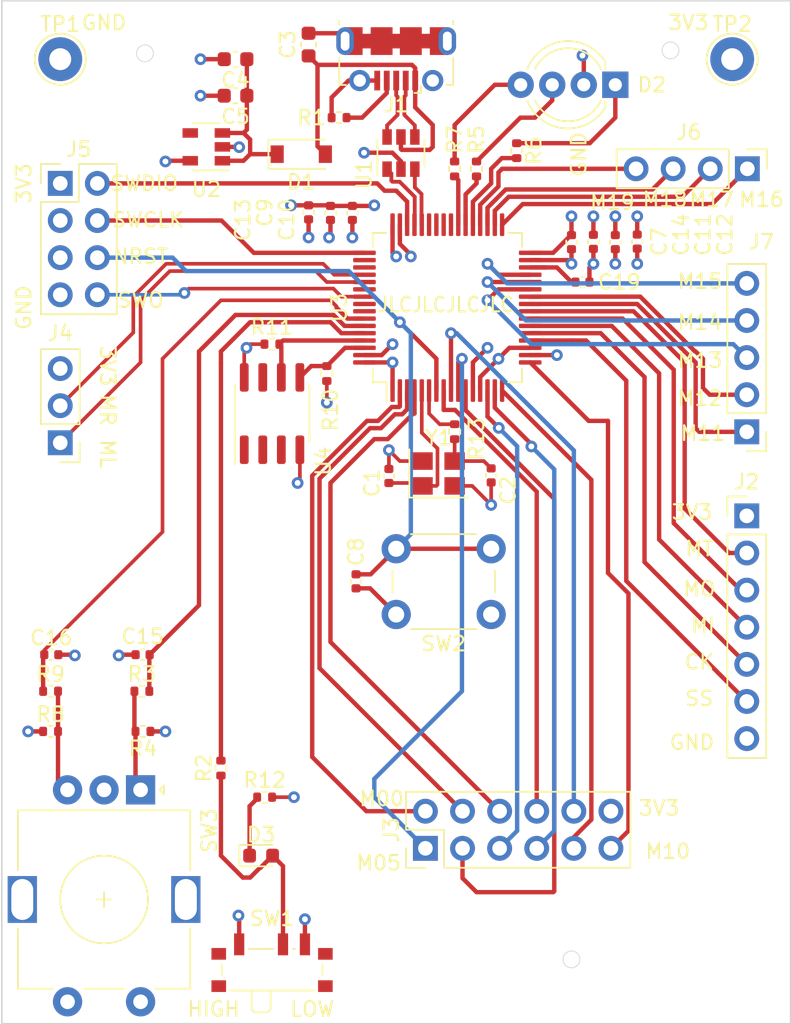
<source format=kicad_pcb>
(kicad_pcb (version 20171130) (host pcbnew "(5.1.10)-1")
  (layers (0 F.Cu signal) (1 In1.Cu power) (2 In2.Cu power) (31 B.Cu signal) (34 B.Paste user) (35 F.Paste user) (36 B.SilkS user) (37 F.SilkS user) (38 B.Mask user) (39 F.Mask user) (44 Edge.Cuts user))
  (net 0 "")
  (net 1 GND)
  (net 2 HSE_IN)
  (net 3 HSE_OUT)
  (net 4 +5V)
  (net 5 "Net-(C4-Pad1)")
  (net 6 +3V3)
  (net 7 NRST)
  (net 8 TIM4_CH2_DT)
  (net 9 TIM4_CH1_CLK)
  (net 10 "Net-(D2-Pad1)")
  (net 11 "Net-(D2-Pad3)")
  (net 12 "Net-(D2-Pad4)")
  (net 13 "Net-(J1-Pad4)")
  (net 14 SPI1_MISO)
  (net 15 SPI1_MOSI)
  (net 16 SPI1_SCLK)
  (net 17 SPI1_CSN)
  (net 18 MOTION_TRACK)
  (net 19 MOUSE00)
  (net 20 MOUSE10)
  (net 21 MOUSE01)
  (net 22 MOUSE11)
  (net 23 MOUSE02)
  (net 24 MOUSE12)
  (net 25 MOUSE03)
  (net 26 MOUSE13)
  (net 27 MOUSE04)
  (net 28 MOUSE14)
  (net 29 MOUSE05)
  (net 30 MOUSE15)
  (net 31 MOUSE06)
  (net 32 MOUSE16)
  (net 33 MOUSE07)
  (net 34 MOUSE17)
  (net 35 MOUSE08)
  (net 36 MOUSE18)
  (net 37 MOUSE09)
  (net 38 MOUSE19)
  (net 39 MOUSELEFT)
  (net 40 MOUSERIGHT)
  (net 41 SWDIO)
  (net 42 SWCLK)
  (net 43 SWO)
  (net 44 BOOT)
  (net 45 "Net-(R3-Pad1)")
  (net 46 TIM3_CH2_LEDG)
  (net 47 TIM3_CH1_LEDR)
  (net 48 TIM3_CH3_LEDB)
  (net 49 "Net-(R8-Pad2)")
  (net 50 I2C1_SDA)
  (net 51 I2C1_SCL)
  (net 52 "Net-(D3-Pad1)")
  (net 53 "Net-(D3-Pad2)")
  (net 54 /USB_CONN-)
  (net 55 /USB_CONN+)
  (net 56 USB_PIN+)
  (net 57 USB_PIN-)
  (net 58 "Net-(C2-Pad1)")
  (net 59 "Net-(C19-Pad1)")
  (module Package_QFP:LQFP-64_10x10mm_P0.5mm (layer F.Cu) (at 220.5 71 90)
    (fp_text reference U3 (at 0 -7.4 90) (layer F.SilkS))
    (fp_text value STM32F412RETx)
    (pad 1 smd roundrect (at -5.675 -3.75 90) (size 1.55 0.3) (layers F.Cu F.Paste F.Mask) (net 6 +3V3))
    (pad 2 smd roundrect (at -5.675 -3.25 90) (size 1.55 0.3) (layers F.Cu F.Paste F.Mask) (net 19 MOUSE00))
    (pad 3 smd roundrect (at -5.675 -2.75 90) (size 1.55 0.3) (layers F.Cu F.Paste F.Mask) (net 21 MOUSE01))
    (pad 4 smd roundrect (at -5.675 -2.25 90) (size 1.55 0.3) (layers F.Cu F.Paste F.Mask) (net 23 MOUSE02))
    (pad 5 smd roundrect (at -5.675 -1.75 90) (size 1.55 0.3) (layers F.Cu F.Paste F.Mask) (net 2 HSE_IN))
    (pad 6 smd roundrect (at -5.675 -1.25 90) (size 1.55 0.3) (layers F.Cu F.Paste F.Mask) (net 3 HSE_OUT))
    (pad 7 smd roundrect (at -5.675 -0.75 90) (size 1.55 0.3) (layers F.Cu F.Paste F.Mask) (net 7 NRST))
    (pad 8 smd roundrect (at -5.675 -0.25 90) (size 1.55 0.3) (layers F.Cu F.Paste F.Mask) (net 25 MOUSE03))
    (pad 9 smd roundrect (at -5.675 0.25 90) (size 1.55 0.3) (layers F.Cu F.Paste F.Mask) (net 27 MOUSE04))
    (pad 10 smd roundrect (at -5.675 0.75 90) (size 1.55 0.3) (layers F.Cu F.Paste F.Mask) (net 29 MOUSE05))
    (pad 11 smd roundrect (at -5.675 1.25 90) (size 1.55 0.3) (layers F.Cu F.Paste F.Mask) (net 31 MOUSE06))
    (pad 12 smd roundrect (at -5.675 1.75 90) (size 1.55 0.3) (layers F.Cu F.Paste F.Mask) (net 1 GND))
    (pad 13 smd roundrect (at -5.675 2.25 90) (size 1.55 0.3) (layers F.Cu F.Paste F.Mask) (net 6 +3V3))
    (pad 14 smd roundrect (at -5.675 2.75 90) (size 1.55 0.3) (layers F.Cu F.Paste F.Mask) (net 33 MOUSE07))
    (pad 15 smd roundrect (at -5.675 3.25 90) (size 1.55 0.3) (layers F.Cu F.Paste F.Mask) (net 35 MOUSE08))
    (pad 16 smd roundrect (at -5.675 3.75 90) (size 1.55 0.3) (layers F.Cu F.Paste F.Mask) (net 37 MOUSE09))
    (pad 17 smd roundrect (at -3.75 5.675 90) (size 0.3 1.55) (layers F.Cu F.Paste F.Mask) (net 20 MOUSE10))
    (pad 18 smd roundrect (at -3.25 5.675 90) (size 0.3 1.55) (layers F.Cu F.Paste F.Mask) (net 1 GND))
    (pad 19 smd roundrect (at -2.75 5.675 90) (size 0.3 1.55) (layers F.Cu F.Paste F.Mask) (net 6 +3V3))
    (pad 20 smd roundrect (at -2.25 5.675 90) (size 0.3 1.55) (layers F.Cu F.Paste F.Mask) (net 17 SPI1_CSN))
    (pad 21 smd roundrect (at -1.75 5.675 90) (size 0.3 1.55) (layers F.Cu F.Paste F.Mask) (net 16 SPI1_SCLK))
    (pad 22 smd roundrect (at -1.25 5.675 90) (size 0.3 1.55) (layers F.Cu F.Paste F.Mask) (net 14 SPI1_MISO))
    (pad 23 smd roundrect (at -0.75 5.675 90) (size 0.3 1.55) (layers F.Cu F.Paste F.Mask) (net 15 SPI1_MOSI))
    (pad 24 smd roundrect (at -0.25 5.675 90) (size 0.3 1.55) (layers F.Cu F.Paste F.Mask) (net 18 MOTION_TRACK))
    (pad 25 smd roundrect (at 0.25 5.675 90) (size 0.3 1.55) (layers F.Cu F.Paste F.Mask) (net 22 MOUSE11))
    (pad 26 smd roundrect (at 0.75 5.675 90) (size 0.3 1.55) (layers F.Cu F.Paste F.Mask) (net 24 MOUSE12))
    (pad 27 smd roundrect (at 1.25 5.675 90) (size 0.3 1.55) (layers F.Cu F.Paste F.Mask) (net 26 MOUSE13))
    (pad 28 smd roundrect (at 1.75 5.675 90) (size 0.3 1.55) (layers F.Cu F.Paste F.Mask) (net 28 MOUSE14))
    (pad 29 smd roundrect (at 2.25 5.675 90) (size 0.3 1.55) (layers F.Cu F.Paste F.Mask) (net 30 MOUSE15))
    (pad 30 smd roundrect (at 2.75 5.675 90) (size 0.3 1.55) (layers F.Cu F.Paste F.Mask) (net 59 "Net-(C19-Pad1)"))
    (pad 31 smd roundrect (at 3.25 5.675 90) (size 0.3 1.55) (layers F.Cu F.Paste F.Mask) (net 1 GND))
    (pad 32 smd roundrect (at 3.75 5.675 90) (size 0.3 1.55) (layers F.Cu F.Paste F.Mask) (net 6 +3V3))
    (pad 33 smd roundrect (at 5.675 3.75 90) (size 1.55 0.3) (layers F.Cu F.Paste F.Mask) (net 32 MOUSE16))
    (pad 34 smd roundrect (at 5.675 3.25 90) (size 1.55 0.3) (layers F.Cu F.Paste F.Mask) (net 34 MOUSE17))
    (pad 35 smd roundrect (at 5.675 2.75 90) (size 1.55 0.3) (layers F.Cu F.Paste F.Mask) (net 36 MOUSE18))
    (pad 36 smd roundrect (at 5.675 2.25 90) (size 1.55 0.3) (layers F.Cu F.Paste F.Mask) (net 38 MOUSE19))
    (pad 37 smd roundrect (at 5.675 1.75 90) (size 1.55 0.3) (layers F.Cu F.Paste F.Mask) (net 47 TIM3_CH1_LEDR))
    (pad 38 smd roundrect (at 5.675 1.25 90) (size 1.55 0.3) (layers F.Cu F.Paste F.Mask) (net 46 TIM3_CH2_LEDG))
    (pad 39 smd roundrect (at 5.675 0.75 90) (size 1.55 0.3) (layers F.Cu F.Paste F.Mask) (net 48 TIM3_CH3_LEDB))
    (pad 40 smd roundrect (at 5.675 0.25 90) (size 1.55 0.3) (layers F.Cu F.Paste F.Mask))
    (pad 41 smd roundrect (at 5.675 -0.25 90) (size 1.55 0.3) (layers F.Cu F.Paste F.Mask))
    (pad 42 smd roundrect (at 5.675 -0.75 90) (size 1.55 0.3) (layers F.Cu F.Paste F.Mask))
    (pad 43 smd roundrect (at 5.675 -1.25 90) (size 1.55 0.3) (layers F.Cu F.Paste F.Mask))
    (pad 44 smd roundrect (at 5.675 -1.75 90) (size 1.55 0.3) (layers F.Cu F.Paste F.Mask) (net 57 USB_PIN-))
    (pad 45 smd roundrect (at 5.675 -2.25 90) (size 1.55 0.3) (layers F.Cu F.Paste F.Mask) (net 56 USB_PIN+))
    (pad 46 smd roundrect (at 5.675 -2.75 90) (size 1.55 0.3) (layers F.Cu F.Paste F.Mask) (net 41 SWDIO))
    (pad 47 smd roundrect (at 5.675 -3.25 90) (size 1.55 0.3) (layers F.Cu F.Paste F.Mask) (net 1 GND))
    (pad 48 smd roundrect (at 5.675 -3.75 90) (size 1.55 0.3) (layers F.Cu F.Paste F.Mask) (net 6 +3V3))
    (pad 49 smd roundrect (at 3.75 -5.675 90) (size 0.3 1.55) (layers F.Cu F.Paste F.Mask) (net 42 SWCLK))
    (pad 50 smd roundrect (at 3.25 -5.675 90) (size 0.3 1.55) (layers F.Cu F.Paste F.Mask))
    (pad 51 smd roundrect (at 2.75 -5.675 90) (size 0.3 1.55) (layers F.Cu F.Paste F.Mask))
    (pad 52 smd roundrect (at 2.25 -5.675 90) (size 0.3 1.55) (layers F.Cu F.Paste F.Mask) (net 40 MOUSERIGHT))
    (pad 53 smd roundrect (at 1.75 -5.675 90) (size 0.3 1.55) (layers F.Cu F.Paste F.Mask) (net 39 MOUSELEFT))
    (pad 54 smd roundrect (at 1.25 -5.675 90) (size 0.3 1.55) (layers F.Cu F.Paste F.Mask))
    (pad 55 smd roundrect (at 0.75 -5.675 90) (size 0.3 1.55) (layers F.Cu F.Paste F.Mask) (net 43 SWO))
    (pad 56 smd roundrect (at 0.25 -5.675 90) (size 0.3 1.55) (layers F.Cu F.Paste F.Mask))
    (pad 57 smd roundrect (at -0.25 -5.675 90) (size 0.3 1.55) (layers F.Cu F.Paste F.Mask))
    (pad 58 smd roundrect (at -0.75 -5.675 90) (size 0.3 1.55) (layers F.Cu F.Paste F.Mask) (net 9 TIM4_CH1_CLK))
    (pad 59 smd roundrect (at -1.25 -5.675 90) (size 0.3 1.55) (layers F.Cu F.Paste F.Mask) (net 8 TIM4_CH2_DT))
    (pad 60 smd roundrect (at -1.75 -5.675 90) (size 0.3 1.55) (layers F.Cu F.Paste F.Mask) (net 44 BOOT))
    (pad 61 smd roundrect (at -2.25 -5.675 90) (size 0.3 1.55) (layers F.Cu F.Paste F.Mask) (net 51 I2C1_SCL))
    (pad 62 smd roundrect (at -2.75 -5.675 90) (size 0.3 1.55) (layers F.Cu F.Paste F.Mask) (net 50 I2C1_SDA))
    (pad 63 smd roundrect (at -3.25 -5.675 90) (size 0.3 1.55) (layers F.Cu F.Paste F.Mask) (net 1 GND))
    (pad 64 smd roundrect (at -3.75 -5.675 90) (size 0.3 1.55) (layers F.Cu F.Paste F.Mask) (net 6 +3V3))
  )
  (module Button_Switch_THT:SW_PUSH_6mm_H5mm (layer F.Cu) (at 223.5 92 180)
    (fp_text reference SW2 (at 3.25 -2) (layer F.SilkS))
    (fp_text value SW_Push)
    (pad 2 thru_hole circle (at 0 4.5 270) (size 2 2) (drill 1.1) (layers *.Cu *.Mask) (net 7 NRST))
    (pad 1 thru_hole circle (at 0 0 270) (size 2 2) (drill 1.1) (layers *.Cu *.Mask) (net 1 GND))
    (pad 2 thru_hole circle (at 6.5 4.5 270) (size 2 2) (drill 1.1) (layers *.Cu *.Mask) (net 7 NRST))
    (pad 1 thru_hole circle (at 6.5 0 270) (size 2 2) (drill 1.1) (layers *.Cu *.Mask) (net 1 GND))
  )
  (module Capacitor_SMD:C_0402_1005Metric (layer F.Cu) (at 230.5 66.5 270)
    (fp_text reference C14 (at -0.5 -6 90) (layer F.SilkS))
    (fp_text value 4.7u)
    (pad 2 smd roundrect (at 0.48 0 270) (size 0.56 0.62) (layers F.Cu F.Paste F.Mask) (net 1 GND))
    (pad 1 smd roundrect (at -0.48 0 270) (size 0.56 0.62) (layers F.Cu F.Paste F.Mask) (net 6 +3V3))
  )
  (module Capacitor_SMD:C_0402_1005Metric (layer F.Cu) (at 232 66.52 270)
    (fp_text reference C11 (at -0.52 -6 90) (layer F.SilkS))
    (fp_text value 100nF)
    (pad 1 smd roundrect (at -0.48 0 270) (size 0.56 0.62) (layers F.Cu F.Paste F.Mask) (net 6 +3V3))
    (pad 2 smd roundrect (at 0.48 0 270) (size 0.56 0.62) (layers F.Cu F.Paste F.Mask) (net 1 GND))
  )
  (module Capacitor_SMD:C_0402_1005Metric (layer F.Cu) (at 233.5 66.48 270)
    (fp_text reference C12 (at -0.48 -6 270) (layer F.SilkS))
    (fp_text value 100nF)
    (pad 2 smd roundrect (at 0.48 0 270) (size 0.56 0.62) (layers F.Cu F.Paste F.Mask) (net 1 GND))
    (pad 1 smd roundrect (at -0.48 0 270) (size 0.56 0.62) (layers F.Cu F.Paste F.Mask) (net 6 +3V3))
  )
  (module Capacitor_SMD:C_0402_1005Metric (layer F.Cu) (at 211 64.48 90)
    (fp_text reference C13 (at -0.52 -4.5 90) (layer F.SilkS))
    (fp_text value 100nF)
    (pad 1 smd roundrect (at -0.48 0 90) (size 0.56 0.62) (layers F.Cu F.Paste F.Mask) (net 6 +3V3))
    (pad 2 smd roundrect (at 0.48 0 90) (size 0.56 0.62) (layers F.Cu F.Paste F.Mask) (net 1 GND))
  )
  (module Capacitor_SMD:C_0402_1005Metric (layer F.Cu) (at 212.5 64.52 90)
    (fp_text reference C9 (at 0.02 -4.5 90) (layer F.SilkS))
    (fp_text value 100nF)
    (pad 1 smd roundrect (at -0.48 0 90) (size 0.56 0.62) (layers F.Cu F.Paste F.Mask) (net 6 +3V3))
    (pad 2 smd roundrect (at 0.48 0 90) (size 0.56 0.62) (layers F.Cu F.Paste F.Mask) (net 1 GND))
  )
  (module Capacitor_SMD:C_0402_1005Metric (layer F.Cu) (at 214 64.52 90)
    (fp_text reference C10 (at -0.48 -4.5 90) (layer F.SilkS))
    (fp_text value 100nF)
    (pad 2 smd roundrect (at 0.48 0 90) (size 0.56 0.62) (layers F.Cu F.Paste F.Mask) (net 1 GND))
    (pad 1 smd roundrect (at -0.48 0 90) (size 0.56 0.62) (layers F.Cu F.Paste F.Mask) (net 6 +3V3))
  )
  (module Capacitor_SMD:C_0402_1005Metric (layer F.Cu) (at 229 66.52 270)
    (fp_text reference C7 (at -0.02 -6 90) (layer F.SilkS))
    (fp_text value 1uF)
    (pad 1 smd roundrect (at -0.48 0 270) (size 0.56 0.62) (layers F.Cu F.Paste F.Mask) (net 6 +3V3))
    (pad 2 smd roundrect (at 0.48 0 270) (size 0.56 0.62) (layers F.Cu F.Paste F.Mask) (net 1 GND))
  )
  (module LED_THT:LED_D5.0mm-4_RGB_Wide_Pins (layer F.Cu) (at 232 55.75 180)
    (fp_text reference D2 (at -2.5 0) (layer F.SilkS))
    (fp_text value LED_RCGB)
    (pad 1 thru_hole rect (at 0 0 180) (size 1.8 1.8) (drill 0.9) (layers *.Cu *.Mask) (net 10 "Net-(D2-Pad1)"))
    (pad 2 thru_hole circle (at 2.159 0 180) (size 1.8 1.8) (drill 0.9) (layers *.Cu *.Mask) (net 1 GND))
    (pad 3 thru_hole circle (at 4.318 0 180) (size 1.8 1.8) (drill 0.9) (layers *.Cu *.Mask) (net 11 "Net-(D2-Pad3)"))
    (pad 4 thru_hole circle (at 6.477 0 180) (size 1.8 1.8) (drill 0.9) (layers *.Cu *.Mask) (net 12 "Net-(D2-Pad4)"))
  )
  (module Connector_USB:USB_Micro-B_Molex-105017-0001 (layer F.Cu) (at 217 54 180)
    (fp_text reference J1 (at 0 -3.1125) (layer F.SilkS))
    (fp_text value USB_B_Micro)
    (pad 6 smd rect (at 1 1.2375 180) (size 1.5 1.9) (layers F.Cu F.Paste F.Mask) (net 1 GND))
    (pad 6 thru_hole circle (at -2.5 -1.4625 180) (size 1.45 1.45) (drill 0.85) (layers *.Cu *.Mask) (net 1 GND))
    (pad 2 smd rect (at -0.65 -1.4625 180) (size 0.4 1.35) (layers F.Cu F.Paste F.Mask) (net 54 /USB_CONN-))
    (pad 1 smd rect (at -1.3 -1.4625 180) (size 0.4 1.35) (layers F.Cu F.Paste F.Mask) (net 4 +5V))
    (pad 5 smd rect (at 1.3 -1.4625 180) (size 0.4 1.35) (layers F.Cu F.Paste F.Mask) (net 1 GND))
    (pad 4 smd rect (at 0.65 -1.4625 180) (size 0.4 1.35) (layers F.Cu F.Paste F.Mask) (net 13 "Net-(J1-Pad4)"))
    (pad 3 smd rect (at 0 -1.4625 180) (size 0.4 1.35) (layers F.Cu F.Paste F.Mask) (net 55 /USB_CONN+))
    (pad 6 thru_hole circle (at 2.5 -1.4625 180) (size 1.45 1.45) (drill 0.85) (layers *.Cu *.Mask) (net 1 GND))
    (pad 6 smd rect (at -1 1.2375 180) (size 1.5 1.9) (layers F.Cu F.Paste F.Mask) (net 1 GND))
    (pad 6 thru_hole oval (at -3.5 1.2375) (size 1.2 1.9) (drill oval 0.6 1.3) (layers *.Cu *.Mask) (net 1 GND))
    (pad 6 thru_hole oval (at 3.5 1.2375 180) (size 1.2 1.9) (drill oval 0.6 1.3) (layers *.Cu *.Mask) (net 1 GND))
    (pad 6 smd rect (at 2.9 1.2375 180) (size 1.2 1.9) (layers F.Cu F.Mask) (net 1 GND))
    (pad 6 smd rect (at -2.9 1.2375 180) (size 1.2 1.9) (layers F.Cu F.Mask) (net 1 GND))
  )
  (module Connector_PinHeader_2.54mm:PinHeader_1x07_P2.54mm_Vertical (layer F.Cu) (at 241 85.25)
    (fp_text reference J2 (at 0 -2.33) (layer F.SilkS))
    (fp_text value Conn_01x07)
    (pad 1 thru_hole rect (at 0 0) (size 1.7 1.7) (drill 1) (layers *.Cu *.Mask) (net 6 +3V3))
    (pad 2 thru_hole oval (at 0 2.54) (size 1.7 1.7) (drill 1) (layers *.Cu *.Mask) (net 18 MOTION_TRACK))
    (pad 3 thru_hole oval (at 0 5.08) (size 1.7 1.7) (drill 1) (layers *.Cu *.Mask) (net 15 SPI1_MOSI))
    (pad 4 thru_hole oval (at 0 7.62) (size 1.7 1.7) (drill 1) (layers *.Cu *.Mask) (net 14 SPI1_MISO))
    (pad 5 thru_hole oval (at 0 10.16) (size 1.7 1.7) (drill 1) (layers *.Cu *.Mask) (net 16 SPI1_SCLK))
    (pad 6 thru_hole oval (at 0 12.7) (size 1.7 1.7) (drill 1) (layers *.Cu *.Mask) (net 17 SPI1_CSN))
    (pad 7 thru_hole oval (at 0 15.24) (size 1.7 1.7) (drill 1) (layers *.Cu *.Mask) (net 1 GND))
  )
  (module Connector_PinHeader_2.54mm:PinHeader_1x03_P2.54mm_Vertical (layer F.Cu) (at 194 80.25 180)
    (fp_text reference J4 (at 0 7.5) (layer F.SilkS))
    (fp_text value Conn_01x03)
    (pad 1 thru_hole rect (at 0 0 180) (size 1.7 1.7) (drill 1) (layers *.Cu *.Mask) (net 39 MOUSELEFT))
    (pad 2 thru_hole oval (at 0 2.54 180) (size 1.7 1.7) (drill 1) (layers *.Cu *.Mask) (net 40 MOUSERIGHT))
    (pad 3 thru_hole oval (at 0 5.08 180) (size 1.7 1.7) (drill 1) (layers *.Cu *.Mask) (net 6 +3V3))
  )
  (module Connector_PinHeader_2.54mm:PinHeader_2x04_P2.54mm_Vertical (layer F.Cu) (at 194 62.5)
    (fp_text reference J5 (at 1.27 -2.33) (layer F.SilkS))
    (fp_text value Conn_02x04_Odd_Even)
    (pad 1 thru_hole rect (at 0 0) (size 1.7 1.7) (drill 1) (layers *.Cu *.Mask) (net 6 +3V3))
    (pad 2 thru_hole oval (at 2.54 0) (size 1.7 1.7) (drill 1) (layers *.Cu *.Mask) (net 41 SWDIO))
    (pad 3 thru_hole oval (at 0 2.54) (size 1.7 1.7) (drill 1) (layers *.Cu *.Mask) (net 6 +3V3))
    (pad 4 thru_hole oval (at 2.54 2.54) (size 1.7 1.7) (drill 1) (layers *.Cu *.Mask) (net 42 SWCLK))
    (pad 5 thru_hole oval (at 0 5.08) (size 1.7 1.7) (drill 1) (layers *.Cu *.Mask) (net 1 GND))
    (pad 6 thru_hole oval (at 2.54 5.08) (size 1.7 1.7) (drill 1) (layers *.Cu *.Mask) (net 7 NRST))
    (pad 7 thru_hole oval (at 0 7.62) (size 1.7 1.7) (drill 1) (layers *.Cu *.Mask) (net 1 GND))
    (pad 8 thru_hole oval (at 2.54 7.62) (size 1.7 1.7) (drill 1) (layers *.Cu *.Mask) (net 43 SWO))
  )
  (module Button_Switch_SMD:SW_SPDT_PCM12 (layer F.Cu) (at 208.5 116)
    (fp_text reference SW1 (at 0 -3.2) (layer F.SilkS))
    (fp_text value SW_SPDT)
    (pad "" np_thru_hole circle (at -1.5 0.33) (size 0.9 0.9) (drill 0.9) (layers *.Cu *.Mask))
    (pad "" np_thru_hole circle (at 1.5 0.33) (size 0.9 0.9) (drill 0.9) (layers *.Cu *.Mask))
    (pad 1 smd rect (at -2.25 -1.43) (size 0.7 1.5) (layers F.Cu F.Paste F.Mask) (net 6 +3V3))
    (pad 2 smd rect (at 0.75 -1.43) (size 0.7 1.5) (layers F.Cu F.Paste F.Mask) (net 53 "Net-(D3-Pad2)"))
    (pad 3 smd rect (at 2.25 -1.43) (size 0.7 1.5) (layers F.Cu F.Paste F.Mask) (net 1 GND))
    (pad "" smd rect (at -3.65 1.43) (size 1 0.8) (layers F.Cu F.Paste F.Mask))
    (pad "" smd rect (at 3.65 1.43) (size 1 0.8) (layers F.Cu F.Paste F.Mask))
    (pad "" smd rect (at 3.65 -0.78) (size 1 0.8) (layers F.Cu F.Paste F.Mask))
    (pad "" smd rect (at -3.65 -0.78) (size 1 0.8) (layers F.Cu F.Paste F.Mask))
  )
  (module Rotary_Encoder:RotaryEncoder_Alps_EC11E-Switch_Vertical_H20mm (layer F.Cu) (at 199.5 104 270)
    (fp_text reference SW3 (at 2.8 -4.7 90) (layer F.SilkS))
    (fp_text value Rotary_Encoder_Switch)
    (pad S1 thru_hole circle (at 14.5 5 270) (size 2 2) (drill 1) (layers *.Cu *.Mask))
    (pad S2 thru_hole circle (at 14.5 0 270) (size 2 2) (drill 1) (layers *.Cu *.Mask))
    (pad MP thru_hole rect (at 7.5 8.1 270) (size 3.2 2) (drill oval 2.8 1.5) (layers *.Cu *.Mask))
    (pad MP thru_hole rect (at 7.5 -3.1 270) (size 3.2 2) (drill oval 2.8 1.5) (layers *.Cu *.Mask))
    (pad B thru_hole circle (at 0 5 270) (size 2 2) (drill 1) (layers *.Cu *.Mask) (net 49 "Net-(R8-Pad2)"))
    (pad C thru_hole circle (at 0 2.5 270) (size 2 2) (drill 1) (layers *.Cu *.Mask) (net 1 GND))
    (pad A thru_hole rect (at 0 0 270) (size 2 2) (drill 1) (layers *.Cu *.Mask) (net 45 "Net-(R3-Pad1)"))
  )
  (module TestPoint:TestPoint_THTPad_D3.0mm_Drill1.5mm (layer F.Cu) (at 194 54)
    (fp_text reference TP1 (at 0 -2.398) (layer F.SilkS))
    (fp_text value TestPoint)
    (pad 1 thru_hole circle (at 0 0) (size 3 3) (drill 1.5) (layers *.Cu *.Mask) (net 1 GND))
  )
  (module TestPoint:TestPoint_THTPad_D3.0mm_Drill1.5mm (layer F.Cu) (at 240 54)
    (fp_text reference TP2 (at 0 -2.398) (layer F.SilkS))
    (fp_text value TestPoint)
    (pad 1 thru_hole circle (at 0 0) (size 3 3) (drill 1.5) (layers *.Cu *.Mask) (net 6 +3V3))
  )
  (module Package_TO_SOT_SMD:SOT-23-6 (layer F.Cu) (at 217.325 60.425 90)
    (fp_text reference U1 (at -1.475 -2.525 90) (layer F.SilkS))
    (fp_text value USBLC6-2SC6)
    (pad 1 smd rect (at -1.1 -0.95 90) (size 1.06 0.65) (layers F.Cu F.Paste F.Mask) (net 56 USB_PIN+))
    (pad 2 smd rect (at -1.1 0 90) (size 1.06 0.65) (layers F.Cu F.Paste F.Mask) (net 1 GND))
    (pad 3 smd rect (at -1.1 0.95 90) (size 1.06 0.65) (layers F.Cu F.Paste F.Mask) (net 57 USB_PIN-))
    (pad 4 smd rect (at 1.1 0.95 90) (size 1.06 0.65) (layers F.Cu F.Paste F.Mask) (net 54 /USB_CONN-))
    (pad 6 smd rect (at 1.1 -0.95 90) (size 1.06 0.65) (layers F.Cu F.Paste F.Mask) (net 55 /USB_CONN+))
    (pad 5 smd rect (at 1.1 0 90) (size 1.06 0.65) (layers F.Cu F.Paste F.Mask) (net 4 +5V))
  )
  (module Capacitor_SMD:C_0402_1005Metric (layer F.Cu) (at 216.5 82.52 90)
    (fp_text reference C1 (at -0.48 -1.16 90) (layer F.SilkS))
    (fp_text value 12pF)
    (pad 2 smd roundrect (at 0.48 0 90) (size 0.56 0.62) (layers F.Cu F.Paste F.Mask) (net 1 GND))
    (pad 1 smd roundrect (at -0.48 0 90) (size 0.56 0.62) (layers F.Cu F.Paste F.Mask) (net 2 HSE_IN))
  )
  (module Capacitor_SMD:C_0402_1005Metric (layer F.Cu) (at 223.5 82.48 270)
    (fp_text reference C2 (at 1.02 -1.16 90) (layer F.SilkS))
    (fp_text value 12pF)
    (pad 1 smd roundrect (at -0.48 0 270) (size 0.56 0.62) (layers F.Cu F.Paste F.Mask) (net 58 "Net-(C2-Pad1)"))
    (pad 2 smd roundrect (at 0.48 0 270) (size 0.56 0.62) (layers F.Cu F.Paste F.Mask) (net 1 GND))
  )
  (module Capacitor_SMD:C_0603_1608Metric (layer F.Cu) (at 211 53 90)
    (fp_text reference C3 (at 0 -1.43 90) (layer F.SilkS))
    (fp_text value 100nF)
    (pad 1 smd roundrect (at -0.775 0 90) (size 0.9 0.95) (layers F.Cu F.Paste F.Mask) (net 4 +5V))
    (pad 2 smd roundrect (at 0.775 0 90) (size 0.9 0.95) (layers F.Cu F.Paste F.Mask) (net 1 GND))
  )
  (module Capacitor_SMD:C_0603_1608Metric (layer F.Cu) (at 206 54 180)
    (fp_text reference C4 (at 0 -1.43) (layer F.SilkS))
    (fp_text value 1uF)
    (pad 2 smd roundrect (at 0.775 0 180) (size 0.9 0.95) (layers F.Cu F.Paste F.Mask) (net 1 GND))
    (pad 1 smd roundrect (at -0.775 0 180) (size 0.9 0.95) (layers F.Cu F.Paste F.Mask) (net 5 "Net-(C4-Pad1)"))
  )
  (module Capacitor_SMD:C_0603_1608Metric (layer F.Cu) (at 206 56.5 180)
    (fp_text reference C5 (at 0 -1.43) (layer F.SilkS))
    (fp_text value 100nF)
    (pad 1 smd roundrect (at -0.775 0 180) (size 0.9 0.95) (layers F.Cu F.Paste F.Mask) (net 5 "Net-(C4-Pad1)"))
    (pad 2 smd roundrect (at 0.775 0 180) (size 0.9 0.95) (layers F.Cu F.Paste F.Mask) (net 1 GND))
  )
  (module Capacitor_SMD:C_0402_1005Metric (layer F.Cu) (at 214.25 89.73 270)
    (fp_text reference C8 (at -2.02 0 90) (layer F.SilkS))
    (fp_text value 100nF)
    (pad 1 smd roundrect (at -0.48 0 270) (size 0.56 0.62) (layers F.Cu F.Paste F.Mask) (net 7 NRST))
    (pad 2 smd roundrect (at 0.48 0 270) (size 0.56 0.62) (layers F.Cu F.Paste F.Mask) (net 1 GND))
  )
  (module Capacitor_SMD:C_0402_1005Metric (layer F.Cu) (at 199.6375 94.75 180)
    (fp_text reference C15 (at 0 1.25) (layer F.SilkS))
    (fp_text value 10nF)
    (pad 1 smd roundrect (at -0.48 0 180) (size 0.56 0.62) (layers F.Cu F.Paste F.Mask) (net 8 TIM4_CH2_DT))
    (pad 2 smd roundrect (at 0.48 0 180) (size 0.56 0.62) (layers F.Cu F.Paste F.Mask) (net 1 GND))
  )
  (module Capacitor_SMD:C_0402_1005Metric (layer F.Cu) (at 193.3875 94.75)
    (fp_text reference C16 (at 0 -1.16) (layer F.SilkS))
    (fp_text value 10nF)
    (pad 2 smd roundrect (at 0.48 0) (size 0.56 0.62) (layers F.Cu F.Paste F.Mask) (net 1 GND))
    (pad 1 smd roundrect (at -0.48 0) (size 0.56 0.62) (layers F.Cu F.Paste F.Mask) (net 9 TIM4_CH1_CLK))
  )
  (module Capacitor_SMD:C_0402_1005Metric (layer F.Cu) (at 229.75 69.25)
    (fp_text reference C19 (at 2.52 0) (layer F.SilkS))
    (fp_text value 4.7u)
    (pad 2 smd roundrect (at 0.48 0) (size 0.56 0.62) (layers F.Cu F.Paste F.Mask) (net 1 GND))
    (pad 1 smd roundrect (at -0.48 0) (size 0.56 0.62) (layers F.Cu F.Paste F.Mask) (net 59 "Net-(C19-Pad1)"))
  )
  (module Diode_SMD:D_SOD-123 (layer F.Cu) (at 210.5 60.5)
    (fp_text reference D1 (at 0 1.9) (layer F.SilkS))
    (fp_text value B5819W)
    (pad 1 smd rect (at -1.65 0) (size 0.9 1.2) (layers F.Cu F.Paste F.Mask) (net 5 "Net-(C4-Pad1)"))
    (pad 2 smd rect (at 1.65 0) (size 0.9 1.2) (layers F.Cu F.Paste F.Mask) (net 4 +5V))
  )
  (module Diode_SMD:D_0603_1608Metric (layer F.Cu) (at 207.75 108.5)
    (fp_text reference D3 (at 0 -1.43) (layer F.SilkS))
    (fp_text value LED)
    (pad 1 smd roundrect (at -0.7875 0) (size 0.875 0.95) (layers F.Cu F.Paste F.Mask) (net 52 "Net-(D3-Pad1)"))
    (pad 2 smd roundrect (at 0.7875 0) (size 0.875 0.95) (layers F.Cu F.Paste F.Mask) (net 53 "Net-(D3-Pad2)"))
  )
  (module Resistor_SMD:R_0402_1005Metric (layer F.Cu) (at 213.0875 58 180)
    (fp_text reference R1 (at 1.8875 0) (layer F.SilkS))
    (fp_text value 100k)
    (pad 2 smd roundrect (at 0.51 0 180) (size 0.54 0.64) (layers F.Cu F.Paste F.Mask) (net 1 GND))
    (pad 1 smd roundrect (at -0.51 0 180) (size 0.54 0.64) (layers F.Cu F.Paste F.Mask) (net 13 "Net-(J1-Pad4)"))
  )
  (module Resistor_SMD:R_0402_1005Metric (layer F.Cu) (at 205 102.51 90)
    (fp_text reference R2 (at 0 -1.17 90) (layer F.SilkS))
    (fp_text value 10k)
    (pad 2 smd roundrect (at 0.51 0 90) (size 0.54 0.64) (layers F.Cu F.Paste F.Mask) (net 44 BOOT))
    (pad 1 smd roundrect (at -0.51 0 90) (size 0.54 0.64) (layers F.Cu F.Paste F.Mask) (net 53 "Net-(D3-Pad2)"))
  )
  (module Resistor_SMD:R_0402_1005Metric (layer F.Cu) (at 199.5875 97.25)
    (fp_text reference R3 (at 0 -1.17) (layer F.SilkS))
    (fp_text value 10k)
    (pad 1 smd roundrect (at -0.51 0) (size 0.54 0.64) (layers F.Cu F.Paste F.Mask) (net 45 "Net-(R3-Pad1)"))
    (pad 2 smd roundrect (at 0.51 0) (size 0.54 0.64) (layers F.Cu F.Paste F.Mask) (net 8 TIM4_CH2_DT))
  )
  (module Resistor_SMD:R_0402_1005Metric (layer F.Cu) (at 199.6625 100 180)
    (fp_text reference R4 (at 0 -1.17) (layer F.SilkS))
    (fp_text value 10k)
    (pad 2 smd roundrect (at 0.51 0 180) (size 0.54 0.64) (layers F.Cu F.Paste F.Mask) (net 45 "Net-(R3-Pad1)"))
    (pad 1 smd roundrect (at -0.51 0 180) (size 0.54 0.64) (layers F.Cu F.Paste F.Mask) (net 6 +3V3))
  )
  (module Resistor_SMD:R_0402_1005Metric (layer F.Cu) (at 222.5 61.51 270)
    (fp_text reference R5 (at -2.01 0 90) (layer F.SilkS))
    (fp_text value 470)
    (pad 1 smd roundrect (at -0.51 0 270) (size 0.54 0.64) (layers F.Cu F.Paste F.Mask) (net 11 "Net-(D2-Pad3)"))
    (pad 2 smd roundrect (at 0.51 0 270) (size 0.54 0.64) (layers F.Cu F.Paste F.Mask) (net 46 TIM3_CH2_LEDG))
  )
  (module Resistor_SMD:R_0402_1005Metric (layer F.Cu) (at 225.25 60.26 270)
    (fp_text reference R6 (at 0 -1.17 90) (layer F.SilkS))
    (fp_text value 470)
    (pad 1 smd roundrect (at -0.51 0 270) (size 0.54 0.64) (layers F.Cu F.Paste F.Mask) (net 10 "Net-(D2-Pad1)"))
    (pad 2 smd roundrect (at 0.51 0 270) (size 0.54 0.64) (layers F.Cu F.Paste F.Mask) (net 47 TIM3_CH1_LEDR))
  )
  (module Resistor_SMD:R_0402_1005Metric (layer F.Cu) (at 221 61.51 270)
    (fp_text reference R7 (at -2.01 0 90) (layer F.SilkS))
    (fp_text value 470)
    (pad 2 smd roundrect (at 0.51 0 270) (size 0.54 0.64) (layers F.Cu F.Paste F.Mask) (net 48 TIM3_CH3_LEDB))
    (pad 1 smd roundrect (at -0.51 0 270) (size 0.54 0.64) (layers F.Cu F.Paste F.Mask) (net 12 "Net-(D2-Pad4)"))
  )
  (module Resistor_SMD:R_0402_1005Metric (layer F.Cu) (at 193.3375 100)
    (fp_text reference R8 (at 0 -1.17) (layer F.SilkS))
    (fp_text value 10k)
    (pad 1 smd roundrect (at -0.51 0) (size 0.54 0.64) (layers F.Cu F.Paste F.Mask) (net 6 +3V3))
    (pad 2 smd roundrect (at 0.51 0) (size 0.54 0.64) (layers F.Cu F.Paste F.Mask) (net 49 "Net-(R8-Pad2)"))
  )
  (module Resistor_SMD:R_0402_1005Metric (layer F.Cu) (at 193.3375 97.25)
    (fp_text reference R9 (at 0 -1.17) (layer F.SilkS))
    (fp_text value 10k)
    (pad 2 smd roundrect (at 0.51 0) (size 0.54 0.64) (layers F.Cu F.Paste F.Mask) (net 49 "Net-(R8-Pad2)"))
    (pad 1 smd roundrect (at -0.51 0) (size 0.54 0.64) (layers F.Cu F.Paste F.Mask) (net 9 TIM4_CH1_CLK))
  )
  (module Resistor_SMD:R_0402_1005Metric (layer F.Cu) (at 212.25 75.51 90)
    (fp_text reference R10 (at -2.49 0.25 90) (layer F.SilkS))
    (fp_text value 4.7k)
    (pad 1 smd roundrect (at -0.51 0 90) (size 0.54 0.64) (layers F.Cu F.Paste F.Mask) (net 6 +3V3))
    (pad 2 smd roundrect (at 0.51 0 90) (size 0.54 0.64) (layers F.Cu F.Paste F.Mask) (net 50 I2C1_SDA))
  )
  (module Resistor_SMD:R_0402_1005Metric (layer F.Cu) (at 208.49 73.5)
    (fp_text reference R11 (at 0 -1.17) (layer F.SilkS))
    (fp_text value 4.7k)
    (pad 2 smd roundrect (at 0.51 0) (size 0.54 0.64) (layers F.Cu F.Paste F.Mask) (net 51 I2C1_SCL))
    (pad 1 smd roundrect (at -0.51 0) (size 0.54 0.64) (layers F.Cu F.Paste F.Mask) (net 6 +3V3))
  )
  (module Resistor_SMD:R_0402_1005Metric (layer F.Cu) (at 207.99 104.5)
    (fp_text reference R12 (at 0 -1.17) (layer F.SilkS))
    (fp_text value 510)
    (pad 1 smd roundrect (at -0.51 0) (size 0.54 0.64) (layers F.Cu F.Paste F.Mask) (net 52 "Net-(D3-Pad1)"))
    (pad 2 smd roundrect (at 0.51 0) (size 0.54 0.64) (layers F.Cu F.Paste F.Mask) (net 1 GND))
  )
  (module Resistor_SMD:R_0402_1005Metric (layer F.Cu) (at 221 79.49 270)
    (fp_text reference R13 (at 0.49 -1.5 90) (layer F.SilkS))
    (fp_text value 47)
    (pad 1 smd roundrect (at -0.51 0 270) (size 0.54 0.64) (layers F.Cu F.Paste F.Mask) (net 3 HSE_OUT))
    (pad 2 smd roundrect (at 0.51 0 270) (size 0.54 0.64) (layers F.Cu F.Paste F.Mask) (net 58 "Net-(C2-Pad1)"))
  )
  (module Package_TO_SOT_SMD:SOT-23-5 (layer F.Cu) (at 204 60 180)
    (fp_text reference U2 (at 0 -2.9) (layer F.SilkS))
    (fp_text value STLQ015M33R)
    (pad 1 smd rect (at -1.1 -0.95 180) (size 1.06 0.65) (layers F.Cu F.Paste F.Mask) (net 5 "Net-(C4-Pad1)"))
    (pad 2 smd rect (at -1.1 0 180) (size 1.06 0.65) (layers F.Cu F.Paste F.Mask) (net 1 GND))
    (pad 3 smd rect (at -1.1 0.95 180) (size 1.06 0.65) (layers F.Cu F.Paste F.Mask) (net 5 "Net-(C4-Pad1)"))
    (pad 4 smd rect (at 1.1 0.95 180) (size 1.06 0.65) (layers F.Cu F.Paste F.Mask))
    (pad 5 smd rect (at 1.1 -0.95 180) (size 1.06 0.65) (layers F.Cu F.Paste F.Mask) (net 6 +3V3))
  )
  (module Package_SO:SOIC-8_3.9x4.9mm_P1.27mm (layer F.Cu) (at 208.5 78.25 90)
    (fp_text reference U4 (at -3.25 3.5 90) (layer F.SilkS))
    (fp_text value CAT24C32WI-GT3)
    (pad 1 smd roundrect (at -2.475 -1.905 90) (size 1.95 0.6) (layers F.Cu F.Paste F.Mask))
    (pad 2 smd roundrect (at -2.475 -0.635 90) (size 1.95 0.6) (layers F.Cu F.Paste F.Mask))
    (pad 3 smd roundrect (at -2.475 0.635 90) (size 1.95 0.6) (layers F.Cu F.Paste F.Mask))
    (pad 4 smd roundrect (at -2.475 1.905 90) (size 1.95 0.6) (layers F.Cu F.Paste F.Mask) (net 1 GND))
    (pad 5 smd roundrect (at 2.475 1.905 90) (size 1.95 0.6) (layers F.Cu F.Paste F.Mask) (net 50 I2C1_SDA))
    (pad 6 smd roundrect (at 2.475 0.635 90) (size 1.95 0.6) (layers F.Cu F.Paste F.Mask) (net 51 I2C1_SCL))
    (pad 7 smd roundrect (at 2.475 -0.635 90) (size 1.95 0.6) (layers F.Cu F.Paste F.Mask))
    (pad 8 smd roundrect (at 2.475 -1.905 90) (size 1.95 0.6) (layers F.Cu F.Paste F.Mask) (net 6 +3V3))
  )
  (module Crystal:Crystal_SMD_3225-4Pin_3.2x2.5mm (layer F.Cu) (at 219.9 82.35)
    (fp_text reference Y1 (at 0 -2.45) (layer F.SilkS))
    (fp_text value Crystal_GND24)
    (pad 1 smd rect (at -1.1 0.85) (size 1.4 1.2) (layers F.Cu F.Paste F.Mask) (net 2 HSE_IN))
    (pad 2 smd rect (at 1.1 0.85) (size 1.4 1.2) (layers F.Cu F.Paste F.Mask) (net 1 GND))
    (pad 3 smd rect (at 1.1 -0.85) (size 1.4 1.2) (layers F.Cu F.Paste F.Mask) (net 58 "Net-(C2-Pad1)"))
    (pad 4 smd rect (at -1.1 -0.85) (size 1.4 1.2) (layers F.Cu F.Paste F.Mask) (net 1 GND))
  )
  (module Connector_PinHeader_2.54mm:PinHeader_2x06_P2.54mm_Vertical (layer F.Cu) (at 219 108 90)
    (fp_text reference J3 (at 1.27 -2.33 90) (layer F.SilkS))
    (fp_text value Conn_02x06_Odd_Even)
    (pad 1 thru_hole rect (at 0 0 90) (size 1.7 1.7) (drill 1) (layers *.Cu *.Mask) (net 29 MOUSE05))
    (pad 2 thru_hole oval (at 2.54 0 90) (size 1.7 1.7) (drill 1) (layers *.Cu *.Mask) (net 19 MOUSE00))
    (pad 3 thru_hole oval (at 0 2.54 90) (size 1.7 1.7) (drill 1) (layers *.Cu *.Mask) (net 31 MOUSE06))
    (pad 4 thru_hole oval (at 2.54 2.54 90) (size 1.7 1.7) (drill 1) (layers *.Cu *.Mask) (net 21 MOUSE01))
    (pad 5 thru_hole oval (at 0 5.08 90) (size 1.7 1.7) (drill 1) (layers *.Cu *.Mask) (net 33 MOUSE07))
    (pad 6 thru_hole oval (at 2.54 5.08 90) (size 1.7 1.7) (drill 1) (layers *.Cu *.Mask) (net 23 MOUSE02))
    (pad 7 thru_hole oval (at 0 7.62 90) (size 1.7 1.7) (drill 1) (layers *.Cu *.Mask) (net 35 MOUSE08))
    (pad 8 thru_hole oval (at 2.54 7.62 90) (size 1.7 1.7) (drill 1) (layers *.Cu *.Mask) (net 25 MOUSE03))
    (pad 9 thru_hole oval (at 0 10.16 90) (size 1.7 1.7) (drill 1) (layers *.Cu *.Mask) (net 37 MOUSE09))
    (pad 10 thru_hole oval (at 2.54 10.16 90) (size 1.7 1.7) (drill 1) (layers *.Cu *.Mask) (net 27 MOUSE04))
    (pad 11 thru_hole oval (at 0 12.7 90) (size 1.7 1.7) (drill 1) (layers *.Cu *.Mask) (net 20 MOUSE10))
    (pad 12 thru_hole oval (at 2.54 12.7 90) (size 1.7 1.7) (drill 1) (layers *.Cu *.Mask) (net 6 +3V3))
  )
  (module Connector_PinHeader_2.54mm:PinHeader_1x04_P2.54mm_Vertical (layer F.Cu) (at 241.04 61.5 270)
    (fp_text reference J6 (at -2.5 4 180) (layer F.SilkS))
    (fp_text value Conn_01x04)
    (pad 1 thru_hole rect (at 0 0 270) (size 1.7 1.7) (drill 1) (layers *.Cu *.Mask) (net 32 MOUSE16))
    (pad 2 thru_hole oval (at 0 2.54 270) (size 1.7 1.7) (drill 1) (layers *.Cu *.Mask) (net 34 MOUSE17))
    (pad 3 thru_hole oval (at 0 5.08 270) (size 1.7 1.7) (drill 1) (layers *.Cu *.Mask) (net 36 MOUSE18))
    (pad 4 thru_hole oval (at 0 7.62 270) (size 1.7 1.7) (drill 1) (layers *.Cu *.Mask) (net 38 MOUSE19))
  )
  (module Connector_PinHeader_2.54mm:PinHeader_1x05_P2.54mm_Vertical (layer F.Cu) (at 241 79.5 180)
    (fp_text reference J7 (at -1 13) (layer F.SilkS))
    (fp_text value Conn_01x05)
    (pad 1 thru_hole rect (at 0 0 180) (size 1.7 1.7) (drill 1) (layers *.Cu *.Mask) (net 22 MOUSE11))
    (pad 2 thru_hole oval (at 0 2.54 180) (size 1.7 1.7) (drill 1) (layers *.Cu *.Mask) (net 24 MOUSE12))
    (pad 3 thru_hole oval (at 0 5.08 180) (size 1.7 1.7) (drill 1) (layers *.Cu *.Mask) (net 26 MOUSE13))
    (pad 4 thru_hole oval (at 0 7.62 180) (size 1.7 1.7) (drill 1) (layers *.Cu *.Mask) (net 28 MOUSE14))
    (pad 5 thru_hole oval (at 0 10.16 180) (size 1.7 1.7) (drill 1) (layers *.Cu *.Mask) (net 30 MOUSE15))
  )
  (gr_circle (center 229 115.6) (end 229.576 115.6) (layer Edge.Cuts) (width 0.05))
  (gr_circle (center 199.8 53.6) (end 200.376 53.6) (layer Edge.Cuts) (width 0.05))
  (gr_circle (center 235.776 53.4) (end 236.352 53.4) (layer Edge.Cuts) (width 0.05))
  (gr_text JLCJLCJLCJLC (at 220.4 70.8) (layer F.SilkS) (effects (font (size 1 0.9))))
  (gr_text M18 (at 235.4 63.6) (layer F.SilkS) (effects (font (size 1 1))))
  (gr_text M17 (at 238.6 63.6) (layer F.SilkS) (effects (font (size 1 1))))
  (gr_text M16 (at 242 63.6) (layer F.SilkS) (effects (font (size 1 1))))
  (gr_text M19 (at 231.8 63.8) (layer F.SilkS) (effects (font (size 1 1))))
  (gr_text M15 (at 237.8 69.2) (layer F.SilkS) (effects (font (size 1 1))))
  (gr_text M14 (at 237.8 72) (layer F.SilkS) (effects (font (size 1 1))))
  (gr_text M12 (at 237.8 77.2) (layer F.SilkS) (effects (font (size 1 1))))
  (gr_text M13 (at 237.8 74.6) (layer F.SilkS) (effects (font (size 1 1))))
  (gr_text SWCLK (at 200 65) (layer F.SilkS) (effects (font (size 1 1))))
  (gr_text GND (at 229.5 60.5 90) (layer F.SilkS) (effects (font (size 1 1))))
  (gr_text HIGH (at 204.5 119) (layer F.SilkS) (effects (font (size 1 1))))
  (gr_text LOW (at 211.25 119) (layer F.SilkS) (effects (font (size 1 1))))
  (gr_text 3V3 (at 235 105.25) (layer F.SilkS) (effects (font (size 1 1))))
  (gr_text 3V3 (at 237 51.5) (layer F.SilkS) (effects (font (size 1 1))))
  (gr_text GND (at 197 51.5) (layer F.SilkS) (effects (font (size 1 1))))
  (gr_text GND (at 237.25 100.75) (layer F.SilkS) (effects (font (size 1 1))))
  (gr_text SS (at 237.75 97.75) (layer F.SilkS) (effects (font (size 1 1))))
  (gr_text CK (at 237.75 95.25) (layer F.SilkS) (effects (font (size 1 1))))
  (gr_text MI (at 238 92.75) (layer F.SilkS) (effects (font (size 1 1))))
  (gr_text "MO\n" (at 237.75 90.25) (layer F.SilkS) (effects (font (size 1 1))))
  (gr_text MT (at 237.75 87.5) (layer F.SilkS) (effects (font (size 1 1))))
  (gr_text 3V3 (at 237.25 85) (layer F.SilkS) (effects (font (size 1 1))))
  (gr_text 3V3 (at 191.5 62.5 90) (layer F.SilkS) (effects (font (size 1 1))))
  (gr_text GND (at 191.5 71 90) (layer F.SilkS) (effects (font (size 1 1))))
  (gr_text SWO (at 199.5 70.5) (layer F.SilkS) (effects (font (size 1 1))))
  (gr_text NRST (at 199.5 67.5) (layer F.SilkS) (effects (font (size 1 1))))
  (gr_text SWDIO (at 199.75 62.5) (layer F.SilkS) (effects (font (size 1 1))))
  (gr_text 3V3 (at 197.25 75 270) (layer F.SilkS) (effects (font (size 1 1))))
  (gr_text ML (at 197.25 81 270) (layer F.SilkS) (effects (font (size 1 1))))
  (gr_text MR (at 197.25 78 270) (layer F.SilkS) (effects (font (size 1 1))))
  (gr_text M05 (at 215.8 109) (layer F.SilkS) (effects (font (size 1 1))))
  (gr_text M11 (at 238 79.6) (layer F.SilkS) (effects (font (size 1 1))))
  (gr_text M10 (at 235.6 108.2) (layer F.SilkS) (effects (font (size 1 1))))
  (gr_text M00 (at 216 104.6) (layer F.SilkS) (effects (font (size 1 1))))
  (gr_line (start 244 50) (end 244 120) (layer Edge.Cuts) (width 0.1))
  (gr_line (start 190 50) (end 244 50) (layer Edge.Cuts) (width 0.1))
  (gr_line (start 190 120) (end 190 50) (layer Edge.Cuts) (width 0.1))
  (gr_line (start 244 120) (end 190 120) (layer Edge.Cuts) (width 0.1))
  (segment (start 212.9625 52.225) (end 213.5 52.7625) (width 0.3) (layer F.Cu) (net 1))
  (segment (start 211 52.225) (end 212.9625 52.225) (width 0.3) (layer F.Cu) (net 1))
  (segment (start 196.75 103.75) (end 197 104) (width 0.3) (layer F.Cu) (net 1))
  (segment (start 216 52.7625) (end 214.1 52.7625) (width 1) (layer F.Cu) (net 1))
  (segment (start 218 52.7625) (end 220.5 52.7625) (width 1) (layer F.Cu) (net 1))
  (segment (start 216 52.7625) (end 218 52.7625) (width 1) (layer F.Cu) (net 1))
  (via (at 195 94.8) (size 0.8) (drill 0.4) (layers F.Cu B.Cu) (net 1))
  (segment (start 194.95 94.75) (end 195 94.8) (width 0.3) (layer F.Cu) (net 1))
  (segment (start 193.8675 94.75) (end 194.95 94.75) (width 0.3) (layer F.Cu) (net 1))
  (via (at 198 94.8) (size 0.8) (drill 0.4) (layers F.Cu B.Cu) (net 1))
  (segment (start 198.05 94.75) (end 198 94.8) (width 0.3) (layer F.Cu) (net 1))
  (segment (start 199.1575 94.75) (end 198.05 94.75) (width 0.3) (layer F.Cu) (net 1))
  (segment (start 210.75 112.85) (end 210.8 112.8) (width 0.3) (layer F.Cu) (net 1))
  (segment (start 210.75 114.57) (end 210.75 112.85) (width 0.3) (layer F.Cu) (net 1))
  (via (at 209.8 64) (size 0.8) (drill 0.4) (layers F.Cu B.Cu) (net 1))
  (segment (start 211 64) (end 209.8 64) (width 0.3) (layer F.Cu) (net 1))
  (via (at 214.8 60.4) (size 0.8) (drill 0.4) (layers F.Cu B.Cu) (net 1))
  (segment (start 216.735002 60.4) (end 214.8 60.4) (width 0.3) (layer F.Cu) (net 1))
  (segment (start 217.325 60.989998) (end 216.735002 60.4) (width 0.3) (layer F.Cu) (net 1))
  (segment (start 217.325 61.525) (end 217.325 60.989998) (width 0.3) (layer F.Cu) (net 1))
  (segment (start 212.5775 58) (end 212.5775 58.1775) (width 0.3) (layer F.Cu) (net 1))
  (via (at 203.6 56.5) (size 0.8) (drill 0.4) (layers F.Cu B.Cu) (net 1))
  (segment (start 205.225 56.5) (end 203.6 56.5) (width 0.3) (layer F.Cu) (net 1))
  (via (at 206.25 60.019669) (size 0.8) (drill 0.4) (layers F.Cu B.Cu) (net 1))
  (segment (start 206.230331 60) (end 206.25 60.019669) (width 0.3) (layer F.Cu) (net 1))
  (segment (start 205.1 60) (end 206.230331 60) (width 0.3) (layer F.Cu) (net 1))
  (via (at 203.6 54) (size 0.8) (drill 0.4) (layers F.Cu B.Cu) (net 1))
  (segment (start 205.225 54) (end 203.6 54) (width 0.3) (layer F.Cu) (net 1))
  (via (at 232 68) (size 0.8) (drill 0.4) (layers F.Cu B.Cu) (net 1))
  (segment (start 232 67) (end 232 68) (width 0.3) (layer F.Cu) (net 1))
  (via (at 230.5 68) (size 0.8) (drill 0.4) (layers F.Cu B.Cu) (net 1))
  (segment (start 230.5 66.98) (end 230.5 68) (width 0.3) (layer F.Cu) (net 1))
  (via (at 229 68) (size 0.8) (drill 0.4) (layers F.Cu B.Cu) (net 1))
  (segment (start 229 67) (end 229 68) (width 0.3) (layer F.Cu) (net 1))
  (via (at 215.5 64) (size 0.8) (drill 0.4) (layers F.Cu B.Cu) (net 1))
  (segment (start 215.46 64.04) (end 215.5 64) (width 0.3) (layer F.Cu) (net 1))
  (segment (start 214 64.04) (end 215.46 64.04) (width 0.3) (layer F.Cu) (net 1))
  (segment (start 212.46 64) (end 212.5 64.04) (width 0.3) (layer F.Cu) (net 1))
  (segment (start 211 64) (end 212.46 64) (width 0.3) (layer F.Cu) (net 1))
  (segment (start 212.5 64.04) (end 214 64.04) (width 0.3) (layer F.Cu) (net 1))
  (via (at 218 67.5) (size 0.8) (drill 0.4) (layers F.Cu B.Cu) (net 1))
  (segment (start 218 67.389998) (end 218 67.5) (width 0.3) (layer F.Cu) (net 1))
  (segment (start 217.25 66.639998) (end 218 67.389998) (width 0.3) (layer F.Cu) (net 1))
  (segment (start 217.25 65.325) (end 217.25 66.639998) (width 0.3) (layer F.Cu) (net 1))
  (via (at 210 104.5) (size 0.8) (drill 0.4) (layers F.Cu B.Cu) (net 1))
  (segment (start 208.5 104.5) (end 210 104.5) (width 0.25) (layer F.Cu) (net 1))
  (via (at 210.25 83) (size 0.8) (drill 0.4) (layers F.Cu B.Cu) (net 1))
  (segment (start 210.405 82.845) (end 210.25 83) (width 0.25) (layer F.Cu) (net 1))
  (segment (start 210.405 80.725) (end 210.405 82.845) (width 0.25) (layer F.Cu) (net 1))
  (via (at 216.5 80.75) (size 0.8) (drill 0.4) (layers F.Cu B.Cu) (net 1))
  (segment (start 216.5 82.04) (end 216.5 80.75) (width 0.25) (layer F.Cu) (net 1))
  (segment (start 217.25 81.5) (end 216.5 80.75) (width 0.25) (layer F.Cu) (net 1))
  (segment (start 218.8 81.5) (end 217.25 81.5) (width 0.25) (layer F.Cu) (net 1))
  (via (at 223.5 84.5) (size 0.8) (drill 0.4) (layers F.Cu B.Cu) (net 1))
  (segment (start 223.5 82.96) (end 223.5 84.5) (width 0.25) (layer F.Cu) (net 1))
  (segment (start 222.2 83.2) (end 223.5 84.5) (width 0.25) (layer F.Cu) (net 1))
  (segment (start 221 83.2) (end 222.2 83.2) (width 0.25) (layer F.Cu) (net 1))
  (via (at 216.75 73.5) (size 0.8) (drill 0.4) (layers F.Cu B.Cu) (net 1))
  (segment (start 216 74.25) (end 216.75 73.5) (width 0.3) (layer F.Cu) (net 1))
  (segment (start 214.825 74.25) (end 216 74.25) (width 0.3) (layer F.Cu) (net 1))
  (via (at 223.25 73.75) (size 0.8) (drill 0.4) (layers F.Cu B.Cu) (net 1))
  (segment (start 222.25 74.75) (end 223.25 73.75) (width 0.3) (layer F.Cu) (net 1))
  (segment (start 222.25 76.675) (end 222.25 74.75) (width 0.3) (layer F.Cu) (net 1))
  (via (at 228 74.25) (size 0.8) (drill 0.4) (layers F.Cu B.Cu) (net 1))
  (segment (start 226.175 74.25) (end 228 74.25) (width 0.3) (layer F.Cu) (net 1))
  (via (at 233.5 68) (size 0.8) (drill 0.4) (layers F.Cu B.Cu) (net 1))
  (segment (start 233.5 66.96) (end 233.5 68) (width 0.3) (layer F.Cu) (net 1))
  (segment (start 228.75 67.75) (end 229 68) (width 0.3) (layer F.Cu) (net 1))
  (segment (start 226.175 67.75) (end 228.75 67.75) (width 0.3) (layer F.Cu) (net 1))
  (segment (start 215.21 90.21) (end 217 92) (width 0.3) (layer F.Cu) (net 1))
  (segment (start 214.25 90.21) (end 215.21 90.21) (width 0.3) (layer F.Cu) (net 1))
  (segment (start 230.23 68.27) (end 230.5 68) (width 0.3) (layer F.Cu) (net 1))
  (segment (start 230.23 69.25) (end 230.23 68.27) (width 0.3) (layer F.Cu) (net 1))
  (via (at 210.75 112.85) (size 0.8) (drill 0.4) (layers F.Cu B.Cu) (net 1))
  (via (at 229.75 53.75) (size 0.8) (drill 0.4) (layers F.Cu B.Cu) (net 1))
  (segment (start 229.841 53.841) (end 229.75 53.75) (width 0.3) (layer F.Cu) (net 1))
  (segment (start 229.841 55.75) (end 229.841 53.841) (width 0.3) (layer F.Cu) (net 1))
  (segment (start 215.7 55.4625) (end 214.5 55.4625) (width 0.3) (layer F.Cu) (net 1))
  (segment (start 212.5775 58) (end 212.5775 56.6225) (width 0.3) (layer F.Cu) (net 1))
  (segment (start 213.7375 55.4625) (end 214.5 55.4625) (width 0.3) (layer F.Cu) (net 1))
  (segment (start 212.5775 56.6225) (end 213.7375 55.4625) (width 0.3) (layer F.Cu) (net 1))
  (segment (start 218.6 83) (end 218.8 83.2) (width 0.25) (layer F.Cu) (net 2))
  (segment (start 216.5 83) (end 218.6 83) (width 0.25) (layer F.Cu) (net 2))
  (segment (start 219.75 83.2) (end 218.8 83.2) (width 0.25) (layer F.Cu) (net 2))
  (segment (start 219.825001 83.124999) (end 219.75 83.2) (width 0.25) (layer F.Cu) (net 2))
  (segment (start 219.825001 80.639999) (end 219.825001 83.124999) (width 0.25) (layer F.Cu) (net 2))
  (segment (start 218.75 79.564998) (end 219.825001 80.639999) (width 0.25) (layer F.Cu) (net 2))
  (segment (start 218.75 76.675) (end 218.75 79.564998) (width 0.25) (layer F.Cu) (net 2))
  (segment (start 221 78.98) (end 219.98 78.98) (width 0.25) (layer F.Cu) (net 3))
  (segment (start 219.25 78.25) (end 219.25 76.675) (width 0.25) (layer F.Cu) (net 3))
  (segment (start 219.98 78.98) (end 219.25 78.25) (width 0.25) (layer F.Cu) (net 3))
  (segment (start 217.375001 60.205001) (end 219.294999 60.205001) (width 0.3) (layer F.Cu) (net 4))
  (segment (start 217.325 60.155) (end 217.375001 60.205001) (width 0.3) (layer F.Cu) (net 4))
  (segment (start 217.325 59.325) (end 217.325 60.155) (width 0.3) (layer F.Cu) (net 4))
  (segment (start 219.294999 60.205001) (end 219.5 60) (width 0.3) (layer F.Cu) (net 4))
  (segment (start 219.5 60) (end 219.5 58.5) (width 0.3) (layer F.Cu) (net 4))
  (segment (start 218.3 57.3) (end 218.3 55.4625) (width 0.3) (layer F.Cu) (net 4))
  (segment (start 219.5 58.5) (end 218.3 57.3) (width 0.3) (layer F.Cu) (net 4))
  (segment (start 211.612499 54.387499) (end 211 53.775) (width 0.3) (layer F.Cu) (net 4))
  (segment (start 218.080001 54.387499) (end 211.612499 54.387499) (width 0.3) (layer F.Cu) (net 4))
  (segment (start 218.3 54.607498) (end 218.080001 54.387499) (width 0.3) (layer F.Cu) (net 4))
  (segment (start 218.3 55.4625) (end 218.3 54.607498) (width 0.3) (layer F.Cu) (net 4))
  (segment (start 211.612499 59.962499) (end 212.15 60.5) (width 0.3) (layer F.Cu) (net 4))
  (segment (start 211.612499 54.387499) (end 211.612499 59.962499) (width 0.3) (layer F.Cu) (net 4))
  (segment (start 206.775 54) (end 206.775 56.5) (width 0.3) (layer F.Cu) (net 5))
  (segment (start 205.1 60.95) (end 206.55 60.95) (width 0.3) (layer F.Cu) (net 5))
  (segment (start 206.55 60.95) (end 207 60.5) (width 0.3) (layer F.Cu) (net 5))
  (segment (start 207 60.5) (end 207 59.5) (width 0.3) (layer F.Cu) (net 5))
  (segment (start 206.55 59.05) (end 205.1 59.05) (width 0.3) (layer F.Cu) (net 5))
  (segment (start 207 59.5) (end 206.55 59.05) (width 0.3) (layer F.Cu) (net 5))
  (segment (start 208.85 60.5) (end 207 60.5) (width 0.3) (layer F.Cu) (net 5))
  (segment (start 206.775 58.825) (end 206.55 59.05) (width 0.3) (layer F.Cu) (net 5))
  (segment (start 206.775 56.5) (end 206.775 58.825) (width 0.3) (layer F.Cu) (net 5))
  (segment (start 212.46 64.96) (end 212.5 65) (width 0.3) (layer F.Cu) (net 6))
  (via (at 229 64.75) (size 0.8) (drill 0.4) (layers F.Cu B.Cu) (net 6))
  (segment (start 229 66.04) (end 229 64.75) (width 0.3) (layer F.Cu) (net 6))
  (via (at 230.5 64.75) (size 0.8) (drill 0.4) (layers F.Cu B.Cu) (net 6))
  (segment (start 230.5 66.02) (end 230.5 64.75) (width 0.3) (layer F.Cu) (net 6))
  (via (at 232 64.75) (size 0.8) (drill 0.4) (layers F.Cu B.Cu) (net 6))
  (segment (start 232 66.04) (end 232 64.75) (width 0.3) (layer F.Cu) (net 6))
  (via (at 206.2 112.6) (size 0.8) (drill 0.4) (layers F.Cu B.Cu) (net 6))
  (segment (start 206.25 112.65) (end 206.2 112.6) (width 0.3) (layer F.Cu) (net 6))
  (segment (start 206.25 114.57) (end 206.25 112.65) (width 0.3) (layer F.Cu) (net 6))
  (via (at 201.2 100) (size 0.8) (drill 0.4) (layers F.Cu B.Cu) (net 6))
  (segment (start 200.1725 100) (end 201.2 100) (width 0.3) (layer F.Cu) (net 6))
  (via (at 191.8 100) (size 0.8) (drill 0.4) (layers F.Cu B.Cu) (net 6))
  (segment (start 192.8275 100) (end 191.8 100) (width 0.3) (layer F.Cu) (net 6))
  (via (at 201.2 61) (size 0.8) (drill 0.4) (layers F.Cu B.Cu) (net 6))
  (segment (start 201.25 60.95) (end 201.2 61) (width 0.3) (layer F.Cu) (net 6))
  (segment (start 202.9 60.95) (end 201.25 60.95) (width 0.3) (layer F.Cu) (net 6))
  (via (at 211 66.2) (size 0.8) (drill 0.4) (layers F.Cu B.Cu) (net 6))
  (segment (start 211 64.96) (end 211 66.2) (width 0.3) (layer F.Cu) (net 6))
  (via (at 212.4 66.2) (size 0.8) (drill 0.4) (layers F.Cu B.Cu) (net 6))
  (segment (start 212.5 66.1) (end 212.4 66.2) (width 0.3) (layer F.Cu) (net 6))
  (segment (start 212.5 65) (end 212.5 66.1) (width 0.3) (layer F.Cu) (net 6))
  (via (at 214 66.2) (size 0.8) (drill 0.4) (layers F.Cu B.Cu) (net 6))
  (segment (start 214 65) (end 214 66.2) (width 0.3) (layer F.Cu) (net 6))
  (segment (start 216.75 67.25) (end 217 67.5) (width 0.3) (layer F.Cu) (net 6))
  (via (at 217 67.5) (size 0.8) (drill 0.4) (layers F.Cu B.Cu) (net 6))
  (segment (start 216.75 65.325) (end 216.75 67.25) (width 0.3) (layer F.Cu) (net 6))
  (via (at 206.75 73.75) (size 0.8) (drill 0.4) (layers F.Cu B.Cu) (net 6))
  (segment (start 207 73.5) (end 206.75 73.75) (width 0.25) (layer F.Cu) (net 6))
  (segment (start 207.98 73.5) (end 207 73.5) (width 0.25) (layer F.Cu) (net 6))
  (segment (start 206.595 73.905) (end 206.75 73.75) (width 0.25) (layer F.Cu) (net 6))
  (segment (start 206.595 75.775) (end 206.595 73.905) (width 0.25) (layer F.Cu) (net 6))
  (via (at 212.25 77.5) (size 0.8) (drill 0.4) (layers F.Cu B.Cu) (net 6))
  (segment (start 212.25 76.02) (end 212.25 77.5) (width 0.25) (layer F.Cu) (net 6))
  (via (at 216.75 74.75) (size 0.8) (drill 0.4) (layers F.Cu B.Cu) (net 6))
  (segment (start 214.825 74.75) (end 216.75 74.75) (width 0.3) (layer F.Cu) (net 6))
  (segment (start 216.75 76.675) (end 216.75 74.75) (width 0.3) (layer F.Cu) (net 6))
  (via (at 224 74.5) (size 0.8) (drill 0.4) (layers F.Cu B.Cu) (net 6))
  (segment (start 222.75 75.75) (end 224 74.5) (width 0.3) (layer F.Cu) (net 6))
  (segment (start 222.75 76.675) (end 222.75 75.75) (width 0.3) (layer F.Cu) (net 6))
  (segment (start 224.75 73.75) (end 224 74.5) (width 0.3) (layer F.Cu) (net 6))
  (segment (start 226.175 73.75) (end 224.75 73.75) (width 0.3) (layer F.Cu) (net 6))
  (via (at 233.5 64.75) (size 0.8) (drill 0.4) (layers F.Cu B.Cu) (net 6))
  (segment (start 233.5 66) (end 233.5 64.75) (width 0.3) (layer F.Cu) (net 6))
  (segment (start 228.95702 66.04) (end 229 66.04) (width 0.3) (layer F.Cu) (net 6))
  (segment (start 227.74702 67.25) (end 228.95702 66.04) (width 0.3) (layer F.Cu) (net 6))
  (segment (start 226.175 67.25) (end 227.74702 67.25) (width 0.3) (layer F.Cu) (net 6))
  (segment (start 201.690002 67.58) (end 202.610002 68.5) (width 0.3) (layer B.Cu) (net 7))
  (segment (start 196.54 67.58) (end 201.690002 67.58) (width 0.3) (layer B.Cu) (net 7))
  (segment (start 202.610002 68.5) (end 213.75 68.5) (width 0.3) (layer B.Cu) (net 7))
  (via (at 217.25 72) (size 0.8) (drill 0.4) (layers F.Cu B.Cu) (net 7))
  (segment (start 213.75 68.5) (end 217.25 72) (width 0.3) (layer B.Cu) (net 7))
  (segment (start 219.75 74.5) (end 219.75 76.675) (width 0.3) (layer F.Cu) (net 7))
  (segment (start 217.25 72) (end 219.75 74.5) (width 0.3) (layer F.Cu) (net 7))
  (segment (start 215.25 89.25) (end 217 87.5) (width 0.3) (layer F.Cu) (net 7))
  (segment (start 214.25 89.25) (end 215.25 89.25) (width 0.3) (layer F.Cu) (net 7))
  (segment (start 217.999999 72.749999) (end 217.25 72) (width 0.3) (layer B.Cu) (net 7))
  (segment (start 217.999999 86.500001) (end 217.999999 72.749999) (width 0.3) (layer B.Cu) (net 7))
  (segment (start 217 87.5) (end 217.999999 86.500001) (width 0.3) (layer B.Cu) (net 7))
  (segment (start 223.5 87.5) (end 217 87.5) (width 0.3) (layer F.Cu) (net 7))
  (segment (start 200.0975 94.77) (end 200.1175 94.75) (width 0.3) (layer F.Cu) (net 8))
  (segment (start 200.0975 97.25) (end 200.0975 94.77) (width 0.3) (layer F.Cu) (net 8))
  (segment (start 203.5 91.3675) (end 200.1175 94.75) (width 0.3) (layer F.Cu) (net 8))
  (segment (start 203.5 74) (end 203.5 91.3675) (width 0.3) (layer F.Cu) (net 8))
  (segment (start 213.45712 72.25) (end 212.70712 71.5) (width 0.3) (layer F.Cu) (net 8))
  (segment (start 214.825 72.25) (end 213.45712 72.25) (width 0.3) (layer F.Cu) (net 8))
  (segment (start 206 71.5) (end 203.5 74) (width 0.3) (layer F.Cu) (net 8))
  (segment (start 212.70712 71.5) (end 206 71.5) (width 0.3) (layer F.Cu) (net 8))
  (segment (start 192.8275 94.83) (end 192.9075 94.75) (width 0.3) (layer F.Cu) (net 9))
  (segment (start 192.8275 97.25) (end 192.8275 94.83) (width 0.3) (layer F.Cu) (net 9))
  (segment (start 213.66424 71.75) (end 212.91424 71) (width 0.3) (layer F.Cu) (net 9))
  (segment (start 214.825 71.75) (end 213.66424 71.75) (width 0.3) (layer F.Cu) (net 9))
  (segment (start 192.9075 94.44) (end 192.9075 94.75) (width 0.25) (layer F.Cu) (net 9))
  (segment (start 201 86.3475) (end 192.9075 94.44) (width 0.25) (layer F.Cu) (net 9))
  (segment (start 201 74.5) (end 201 86.3475) (width 0.25) (layer F.Cu) (net 9))
  (segment (start 205 70.5) (end 201 74.5) (width 0.25) (layer F.Cu) (net 9))
  (segment (start 212.5 70.5) (end 205 70.5) (width 0.25) (layer F.Cu) (net 9))
  (segment (start 212.91424 70.91424) (end 212.5 70.5) (width 0.25) (layer F.Cu) (net 9))
  (segment (start 212.91424 71) (end 212.91424 70.91424) (width 0.25) (layer F.Cu) (net 9))
  (segment (start 232 58) (end 232 55.75) (width 0.3) (layer F.Cu) (net 10))
  (segment (start 230.25 59.75) (end 232 58) (width 0.3) (layer F.Cu) (net 10))
  (segment (start 225.25 59.75) (end 230.25 59.75) (width 0.3) (layer F.Cu) (net 10))
  (segment (start 227.75 55.818) (end 227.682 55.75) (width 0.3) (layer F.Cu) (net 11))
  (segment (start 222.5 61) (end 225.5 58) (width 0.3) (layer F.Cu) (net 11))
  (segment (start 225.5 58) (end 226.5 58) (width 0.3) (layer F.Cu) (net 11))
  (segment (start 227.682 56.818) (end 227.682 55.75) (width 0.3) (layer F.Cu) (net 11))
  (segment (start 226.5 58) (end 227.682 56.818) (width 0.3) (layer F.Cu) (net 11))
  (segment (start 225.5 55.773) (end 225.523 55.75) (width 0.3) (layer F.Cu) (net 12))
  (segment (start 221 61) (end 221 58.5) (width 0.3) (layer F.Cu) (net 12))
  (segment (start 223.75 55.75) (end 225.523 55.75) (width 0.3) (layer F.Cu) (net 12))
  (segment (start 221 58.5) (end 223.75 55.75) (width 0.3) (layer F.Cu) (net 12))
  (segment (start 214.667502 58) (end 216.35 56.317502) (width 0.3) (layer F.Cu) (net 13))
  (segment (start 216.35 56.317502) (end 216.35 55.4625) (width 0.3) (layer F.Cu) (net 13))
  (segment (start 213.5975 58) (end 214.667502 58) (width 0.3) (layer F.Cu) (net 13))
  (segment (start 235 86.87) (end 241 92.87) (width 0.3) (layer F.Cu) (net 14))
  (segment (start 235 75.5) (end 235 86.87) (width 0.3) (layer F.Cu) (net 14))
  (segment (start 231.75 72.25) (end 235 75.5) (width 0.3) (layer F.Cu) (net 14))
  (segment (start 226.175 72.25) (end 231.75 72.25) (width 0.3) (layer F.Cu) (net 14))
  (segment (start 240.58 90.33) (end 241 90.33) (width 0.3) (layer F.Cu) (net 15))
  (segment (start 236 75.25) (end 236 85.75) (width 0.3) (layer F.Cu) (net 15))
  (segment (start 236 85.75) (end 240.58 90.33) (width 0.3) (layer F.Cu) (net 15))
  (segment (start 232.5 71.75) (end 236 75.25) (width 0.3) (layer F.Cu) (net 15))
  (segment (start 226.175 71.75) (end 232.5 71.75) (width 0.3) (layer F.Cu) (net 15))
  (segment (start 227.015702 72.75) (end 226.175 72.75) (width 0.25) (layer F.Cu) (net 16))
  (segment (start 230.25 72.75) (end 226.175 72.75) (width 0.3) (layer F.Cu) (net 16))
  (segment (start 231 72.75) (end 230.25 72.75) (width 0.3) (layer F.Cu) (net 16))
  (segment (start 234 75.75) (end 231 72.75) (width 0.3) (layer F.Cu) (net 16))
  (segment (start 234 88.41) (end 234 75.75) (width 0.3) (layer F.Cu) (net 16))
  (segment (start 241 95.41) (end 234 88.41) (width 0.3) (layer F.Cu) (net 16))
  (segment (start 229 73.25) (end 226.175 73.25) (width 0.3) (layer F.Cu) (net 17))
  (segment (start 241 97.95) (end 232.75 89.7) (width 0.3) (layer F.Cu) (net 17))
  (segment (start 232.75 89.7) (end 232.75 76) (width 0.3) (layer F.Cu) (net 17))
  (segment (start 230 73.25) (end 229 73.25) (width 0.3) (layer F.Cu) (net 17))
  (segment (start 232.75 76) (end 230 73.25) (width 0.3) (layer F.Cu) (net 17))
  (segment (start 233.25 71.25) (end 226.175 71.25) (width 0.3) (layer F.Cu) (net 18))
  (segment (start 241 87.79) (end 239.79 87.79) (width 0.3) (layer F.Cu) (net 18))
  (segment (start 239.79 87.79) (end 236.75 84.75) (width 0.3) (layer F.Cu) (net 18))
  (segment (start 236.75 74.75) (end 233.25 71.25) (width 0.3) (layer F.Cu) (net 18))
  (segment (start 236.75 84.75) (end 236.75 74.75) (width 0.3) (layer F.Cu) (net 18))
  (segment (start 217.25 76.675) (end 217.25 77.75) (width 0.3) (layer F.Cu) (net 19))
  (segment (start 215 78.75) (end 211.25 82.5) (width 0.3) (layer F.Cu) (net 19))
  (segment (start 211.25 82.5) (end 211.25 101.75) (width 0.3) (layer F.Cu) (net 19))
  (segment (start 214.96 105.46) (end 219 105.46) (width 0.3) (layer F.Cu) (net 19))
  (segment (start 211.25 101.75) (end 214.96 105.46) (width 0.3) (layer F.Cu) (net 19))
  (segment (start 217.19999 77.80001) (end 217.25 77.75) (width 0.3) (layer F.Cu) (net 19))
  (segment (start 216.69999 77.80001) (end 217.19999 77.80001) (width 0.3) (layer F.Cu) (net 19))
  (segment (start 215.75 78.75) (end 216.69999 77.80001) (width 0.3) (layer F.Cu) (net 19))
  (segment (start 215 78.75) (end 215.75 78.75) (width 0.3) (layer F.Cu) (net 19))
  (segment (start 232.900001 106.799999) (end 232.900001 90.557121) (width 0.3) (layer F.Cu) (net 20))
  (segment (start 232.900001 90.557121) (end 231.5 89.15712) (width 0.3) (layer F.Cu) (net 20))
  (segment (start 231.7 108) (end 232.900001 106.799999) (width 0.3) (layer F.Cu) (net 20))
  (segment (start 231.5 89.15712) (end 231.5 78.75) (width 0.3) (layer F.Cu) (net 20))
  (segment (start 230.175 78.75) (end 226.175 74.75) (width 0.3) (layer F.Cu) (net 20))
  (segment (start 231.5 78.75) (end 230.175 78.75) (width 0.3) (layer F.Cu) (net 20))
  (segment (start 211.75001 82.70711) (end 211.75001 95.67001) (width 0.3) (layer F.Cu) (net 21))
  (segment (start 215.20712 79.25) (end 211.75001 82.70711) (width 0.3) (layer F.Cu) (net 21))
  (segment (start 215.95712 79.25) (end 215.20712 79.25) (width 0.3) (layer F.Cu) (net 21))
  (segment (start 216.9071 78.30002) (end 215.95712 79.25) (width 0.3) (layer F.Cu) (net 21))
  (segment (start 217.4071 78.30002) (end 216.9071 78.30002) (width 0.3) (layer F.Cu) (net 21))
  (segment (start 217.75 77.95712) (end 217.4071 78.30002) (width 0.3) (layer F.Cu) (net 21))
  (segment (start 211.75001 95.67001) (end 221.54 105.46) (width 0.3) (layer F.Cu) (net 21))
  (segment (start 217.75 76.675) (end 217.75 77.95712) (width 0.3) (layer F.Cu) (net 21))
  (segment (start 241 79.5) (end 237.75 79.5) (width 0.3) (layer F.Cu) (net 22))
  (segment (start 237.75 79.5) (end 237.5 79.25) (width 0.3) (layer F.Cu) (net 22))
  (segment (start 237.5 79.25) (end 237.5 74.75) (width 0.3) (layer F.Cu) (net 22))
  (segment (start 233.5 70.75) (end 226.175 70.75) (width 0.3) (layer F.Cu) (net 22))
  (segment (start 237.5 74.75) (end 233.5 70.75) (width 0.3) (layer F.Cu) (net 22))
  (segment (start 212.5 83) (end 212.5 93.88) (width 0.3) (layer F.Cu) (net 23))
  (segment (start 212.5 93.88) (end 224.08 105.46) (width 0.3) (layer F.Cu) (net 23))
  (segment (start 215.5 80) (end 212.5 83) (width 0.3) (layer F.Cu) (net 23))
  (segment (start 216.41424 80) (end 215.5 80) (width 0.3) (layer F.Cu) (net 23))
  (segment (start 218.16424 78.25) (end 216.41424 80) (width 0.3) (layer F.Cu) (net 23))
  (segment (start 218.25 78.25) (end 218.16424 78.25) (width 0.3) (layer F.Cu) (net 23))
  (segment (start 218.25 76.675) (end 218.25 78.25) (width 0.3) (layer F.Cu) (net 23))
  (segment (start 241 76.96) (end 238.46 76.96) (width 0.3) (layer F.Cu) (net 24))
  (segment (start 238.00001 76.50001) (end 238.00001 74.50001) (width 0.3) (layer F.Cu) (net 24))
  (segment (start 238.46 76.96) (end 238.00001 76.50001) (width 0.3) (layer F.Cu) (net 24))
  (segment (start 237.45712 74) (end 233.70712 70.25) (width 0.3) (layer F.Cu) (net 24))
  (segment (start 237.5 74) (end 237.45712 74) (width 0.3) (layer F.Cu) (net 24))
  (segment (start 238.00001 74.50001) (end 237.5 74) (width 0.3) (layer F.Cu) (net 24))
  (segment (start 233.70712 70.25) (end 226.175 70.25) (width 0.3) (layer F.Cu) (net 24))
  (segment (start 220.25 76.675) (end 220.25 78) (width 0.3) (layer F.Cu) (net 25))
  (segment (start 226.62 83.594092) (end 226.62 105.46) (width 0.3) (layer F.Cu) (net 25))
  (segment (start 221.025908 78) (end 226.62 83.594092) (width 0.3) (layer F.Cu) (net 25))
  (segment (start 220.25 78) (end 221.025908 78) (width 0.3) (layer F.Cu) (net 25))
  (segment (start 240.079999 73.499999) (end 226.249999 73.499999) (width 0.3) (layer B.Cu) (net 26))
  (segment (start 241 74.42) (end 240.079999 73.499999) (width 0.3) (layer B.Cu) (net 26))
  (via (at 223.25 70.5) (size 0.8) (drill 0.4) (layers F.Cu B.Cu) (net 26))
  (segment (start 226.249999 73.499999) (end 223.25 70.5) (width 0.3) (layer B.Cu) (net 26))
  (segment (start 224 69.75) (end 226.175 69.75) (width 0.3) (layer F.Cu) (net 26))
  (segment (start 223.25 70.5) (end 224 69.75) (width 0.3) (layer F.Cu) (net 26))
  (segment (start 229.16 80.770002) (end 221.139998 72.75) (width 0.3) (layer B.Cu) (net 27))
  (segment (start 229.16 105.46) (end 229.16 80.770002) (width 0.3) (layer B.Cu) (net 27))
  (via (at 220.75 72.75) (size 0.8) (drill 0.4) (layers F.Cu B.Cu) (net 27))
  (segment (start 221.139998 72.75) (end 220.75 72.75) (width 0.3) (layer B.Cu) (net 27))
  (segment (start 220.75 72.75) (end 220.75 76.675) (width 0.3) (layer F.Cu) (net 27))
  (segment (start 241 71.88) (end 225.88 71.88) (width 0.3) (layer B.Cu) (net 28))
  (via (at 223.25 69.25) (size 0.8) (drill 0.4) (layers F.Cu B.Cu) (net 28))
  (segment (start 225.88 71.88) (end 223.25 69.25) (width 0.3) (layer B.Cu) (net 28))
  (segment (start 223.25 69.25) (end 226.175 69.25) (width 0.3) (layer F.Cu) (net 28))
  (via (at 221.5 74.5) (size 0.8) (drill 0.4) (layers F.Cu B.Cu) (net 29))
  (segment (start 221.25 74.75) (end 221.5 74.5) (width 0.3) (layer F.Cu) (net 29))
  (segment (start 221.25 76.675) (end 221.25 74.75) (width 0.3) (layer F.Cu) (net 29))
  (segment (start 221.5 74.5) (end 221.5 97.25) (width 0.3) (layer B.Cu) (net 29))
  (segment (start 221.5 97.25) (end 215.5 103.25) (width 0.3) (layer B.Cu) (net 29))
  (segment (start 215.5 104.5) (end 219 108) (width 0.3) (layer B.Cu) (net 29))
  (segment (start 215.5 103.25) (end 215.5 104.5) (width 0.3) (layer B.Cu) (net 29))
  (segment (start 241 69.34) (end 224.59 69.34) (width 0.3) (layer B.Cu) (net 30))
  (via (at 223.25 68) (size 0.8) (drill 0.4) (layers F.Cu B.Cu) (net 30))
  (segment (start 224.59 69.34) (end 223.25 68) (width 0.3) (layer B.Cu) (net 30))
  (segment (start 224 68.75) (end 226.175 68.75) (width 0.3) (layer F.Cu) (net 30))
  (segment (start 223.25 68) (end 224 68.75) (width 0.3) (layer F.Cu) (net 30))
  (segment (start 222.5 111) (end 221.54 110.04) (width 0.3) (layer F.Cu) (net 31))
  (segment (start 227.75 111) (end 222.5 111) (width 0.3) (layer F.Cu) (net 31))
  (segment (start 227.820001 110.929999) (end 227.75 111) (width 0.3) (layer F.Cu) (net 31))
  (segment (start 221.54 110.04) (end 221.54 108) (width 0.3) (layer F.Cu) (net 31))
  (segment (start 227.820001 84.086973) (end 227.820001 110.929999) (width 0.3) (layer F.Cu) (net 31))
  (segment (start 221.75 78.016972) (end 227.820001 84.086973) (width 0.3) (layer F.Cu) (net 31))
  (segment (start 221.75 76.675) (end 221.75 78.016972) (width 0.3) (layer F.Cu) (net 31))
  (segment (start 225.66074 63.91426) (end 224.25 65.325) (width 0.3) (layer F.Cu) (net 32))
  (segment (start 238.62574 63.91426) (end 225.66074 63.91426) (width 0.3) (layer F.Cu) (net 32))
  (segment (start 241.04 61.5) (end 238.62574 63.91426) (width 0.3) (layer F.Cu) (net 32))
  (via (at 224.021845 79.228155) (size 0.8) (drill 0.4) (layers F.Cu B.Cu) (net 33))
  (segment (start 223.25 78.45631) (end 224.021845 79.228155) (width 0.3) (layer F.Cu) (net 33))
  (segment (start 223.25 76.675) (end 223.25 78.45631) (width 0.3) (layer F.Cu) (net 33))
  (segment (start 225.280001 106.799999) (end 224.08 108) (width 0.3) (layer B.Cu) (net 33))
  (segment (start 225.280001 80.486311) (end 225.280001 106.799999) (width 0.3) (layer B.Cu) (net 33))
  (segment (start 224.021845 79.228155) (end 225.280001 80.486311) (width 0.3) (layer B.Cu) (net 33))
  (segment (start 223.75 65.325) (end 223.75 64.37136) (width 0.3) (layer F.Cu) (net 34))
  (segment (start 223.75 64.37136) (end 224.70711 63.41425) (width 0.3) (layer F.Cu) (net 34))
  (segment (start 236.58575 63.41425) (end 238.5 61.5) (width 0.3) (layer F.Cu) (net 34))
  (segment (start 224.70711 63.41425) (end 236.58575 63.41425) (width 0.3) (layer F.Cu) (net 34))
  (via (at 226.25 80.5) (size 0.8) (drill 0.4) (layers F.Cu B.Cu) (net 35))
  (segment (start 227.820001 82.070001) (end 226.25 80.5) (width 0.3) (layer B.Cu) (net 35))
  (segment (start 227.820001 106.799999) (end 227.820001 82.070001) (width 0.3) (layer B.Cu) (net 35))
  (segment (start 226.62 108) (end 227.820001 106.799999) (width 0.3) (layer B.Cu) (net 35))
  (segment (start 223.75 77.846308) (end 223.75 76.675) (width 0.3) (layer F.Cu) (net 35))
  (segment (start 226.25 80.346308) (end 223.75 77.846308) (width 0.3) (layer F.Cu) (net 35))
  (segment (start 226.25 80.5) (end 226.25 80.346308) (width 0.3) (layer F.Cu) (net 35))
  (segment (start 223.25 64.16424) (end 224.5 62.91424) (width 0.3) (layer F.Cu) (net 36))
  (segment (start 223.25 65.325) (end 223.25 64.16424) (width 0.3) (layer F.Cu) (net 36))
  (segment (start 234.54576 62.91424) (end 235.96 61.5) (width 0.3) (layer F.Cu) (net 36))
  (segment (start 224.5 62.91424) (end 234.54576 62.91424) (width 0.3) (layer F.Cu) (net 36))
  (segment (start 230.360001 106.036001) (end 230.360001 82.785001) (width 0.3) (layer F.Cu) (net 37))
  (segment (start 230.360001 82.785001) (end 224.25 76.675) (width 0.3) (layer F.Cu) (net 37))
  (segment (start 229.16 107.236002) (end 230.360001 106.036001) (width 0.3) (layer F.Cu) (net 37))
  (segment (start 229.16 108) (end 229.16 107.236002) (width 0.3) (layer F.Cu) (net 37))
  (segment (start 233.42 61.5) (end 224.25 61.5) (width 0.3) (layer F.Cu) (net 38))
  (segment (start 222.75 63.95712) (end 224 62.70712) (width 0.3) (layer F.Cu) (net 38))
  (segment (start 222.75 65.325) (end 222.75 63.95712) (width 0.3) (layer F.Cu) (net 38))
  (segment (start 224 61.75) (end 224.25 61.5) (width 0.3) (layer F.Cu) (net 38))
  (segment (start 224 62.70712) (end 224 61.75) (width 0.3) (layer F.Cu) (net 38))
  (segment (start 214.825 69.25) (end 212.25 69.25) (width 0.25) (layer F.Cu) (net 39))
  (segment (start 212.25 69.25) (end 211.5 68.5) (width 0.25) (layer F.Cu) (net 39))
  (segment (start 211.5 68.5) (end 201.5 68.5) (width 0.25) (layer F.Cu) (net 39))
  (segment (start 201.5 68.5) (end 199.5 70.5) (width 0.25) (layer F.Cu) (net 39))
  (segment (start 199.5 74.75) (end 194 80.25) (width 0.25) (layer F.Cu) (net 39))
  (segment (start 199.5 70.5) (end 199.5 74.75) (width 0.25) (layer F.Cu) (net 39))
  (segment (start 194 77.71) (end 199 72.71) (width 0.25) (layer F.Cu) (net 40))
  (segment (start 199 72.71) (end 199 70.25) (width 0.25) (layer F.Cu) (net 40))
  (segment (start 199 70.25) (end 201.25 68) (width 0.25) (layer F.Cu) (net 40))
  (segment (start 214.825 68.75) (end 212.75 68.75) (width 0.25) (layer F.Cu) (net 40))
  (segment (start 212 68) (end 212.75 68.75) (width 0.25) (layer F.Cu) (net 40))
  (segment (start 201.25 68) (end 212 68) (width 0.25) (layer F.Cu) (net 40))
  (segment (start 217.75 65.325) (end 217.75 63.75) (width 0.3) (layer F.Cu) (net 41))
  (segment (start 217.75 63.75) (end 217 63) (width 0.3) (layer F.Cu) (net 41))
  (segment (start 196.54 62.5) (end 215.7 62.5) (width 0.3) (layer F.Cu) (net 41))
  (segment (start 216.2 63) (end 217 63) (width 0.3) (layer F.Cu) (net 41))
  (segment (start 215.7 62.5) (end 216.2 63) (width 0.3) (layer F.Cu) (net 41))
  (segment (start 214.825 67.25) (end 207.25 67.25) (width 0.3) (layer F.Cu) (net 42))
  (segment (start 205.04 65.04) (end 196.54 65.04) (width 0.3) (layer F.Cu) (net 42))
  (segment (start 207.25 67.25) (end 205.04 65.04) (width 0.3) (layer F.Cu) (net 42))
  (segment (start 196.67 70.25) (end 196.54 70.12) (width 0.3) (layer F.Cu) (net 43))
  (via (at 202.5 70) (size 0.8) (drill 0.4) (layers F.Cu B.Cu) (net 43))
  (segment (start 202.38 70.12) (end 202.5 70) (width 0.25) (layer B.Cu) (net 43))
  (segment (start 196.54 70.12) (end 202.38 70.12) (width 0.25) (layer B.Cu) (net 43))
  (segment (start 214.825 70.25) (end 213.25 70.25) (width 0.25) (layer F.Cu) (net 43))
  (segment (start 202.79999 69.70001) (end 202.5 70) (width 0.25) (layer F.Cu) (net 43))
  (segment (start 212.70001 69.70001) (end 202.79999 69.70001) (width 0.25) (layer F.Cu) (net 43))
  (segment (start 213.25 70.25) (end 212.70001 69.70001) (width 0.25) (layer F.Cu) (net 43))
  (segment (start 205 102) (end 205 74.79288) (width 0.3) (layer F.Cu) (net 44))
  (segment (start 214.825 72.75) (end 213.25 72.75) (width 0.3) (layer F.Cu) (net 44))
  (segment (start 213.25 72.75) (end 212.5 72) (width 0.3) (layer F.Cu) (net 44))
  (segment (start 212.5 72) (end 207 72) (width 0.3) (layer F.Cu) (net 44))
  (segment (start 205 74) (end 205 74.79288) (width 0.3) (layer F.Cu) (net 44))
  (segment (start 207 72) (end 205 74) (width 0.3) (layer F.Cu) (net 44))
  (segment (start 199.0775 99.925) (end 199.1525 100) (width 0.3) (layer F.Cu) (net 45))
  (segment (start 199.0775 97.25) (end 199.0775 99.925) (width 0.3) (layer F.Cu) (net 45))
  (segment (start 199.1525 103.6525) (end 199.5 104) (width 0.3) (layer F.Cu) (net 45))
  (segment (start 199.1525 100) (end 199.1525 103.6525) (width 0.3) (layer F.Cu) (net 45))
  (segment (start 222.5 62.5) (end 222.5 62.02) (width 0.3) (layer F.Cu) (net 46))
  (segment (start 221.75 63.25) (end 222.5 62.5) (width 0.3) (layer F.Cu) (net 46))
  (segment (start 221.75 65.325) (end 221.75 63.25) (width 0.3) (layer F.Cu) (net 46))
  (segment (start 223.5 61.5) (end 224.23 60.77) (width 0.3) (layer F.Cu) (net 47))
  (segment (start 224.23 60.77) (end 225.25 60.77) (width 0.3) (layer F.Cu) (net 47))
  (segment (start 223.5 62.5) (end 223.5 61.5) (width 0.3) (layer F.Cu) (net 47))
  (segment (start 222.25 63.75) (end 223.5 62.5) (width 0.3) (layer F.Cu) (net 47))
  (segment (start 222.25 65.325) (end 222.25 63.75) (width 0.3) (layer F.Cu) (net 47))
  (segment (start 221.25 62.27) (end 221 62.02) (width 0.3) (layer F.Cu) (net 48))
  (segment (start 221.25 65.325) (end 221.25 62.27) (width 0.3) (layer F.Cu) (net 48))
  (segment (start 193.8475 97.25) (end 193.8475 100) (width 0.3) (layer F.Cu) (net 49))
  (segment (start 193.8475 103.3475) (end 194.5 104) (width 0.3) (layer F.Cu) (net 49))
  (segment (start 193.8475 100) (end 193.8475 103.3475) (width 0.3) (layer F.Cu) (net 49))
  (segment (start 211.18 75) (end 210.405 75.775) (width 0.3) (layer F.Cu) (net 50))
  (segment (start 212.25 75) (end 211.18 75) (width 0.3) (layer F.Cu) (net 50))
  (segment (start 213.5 73.75) (end 212.25 75) (width 0.3) (layer F.Cu) (net 50))
  (segment (start 214.825 73.75) (end 213.5 73.75) (width 0.3) (layer F.Cu) (net 50))
  (segment (start 209.135 73.635) (end 209 73.5) (width 0.3) (layer F.Cu) (net 51))
  (segment (start 209.135 75.775) (end 209.135 73.635) (width 0.3) (layer F.Cu) (net 51))
  (segment (start 209.25 73.25) (end 209 73.5) (width 0.3) (layer F.Cu) (net 51))
  (segment (start 214.825 73.25) (end 209.25 73.25) (width 0.3) (layer F.Cu) (net 51))
  (segment (start 206.9625 105.115) (end 207.3275 104.75) (width 0.3) (layer F.Cu) (net 52))
  (segment (start 206.9625 108.5) (end 206.9625 105.115) (width 0.3) (layer F.Cu) (net 52))
  (segment (start 209.25 109.2125) (end 208.5375 108.5) (width 0.3) (layer F.Cu) (net 53))
  (segment (start 209.25 114.57) (end 209.25 109.2125) (width 0.3) (layer F.Cu) (net 53))
  (segment (start 207.71249 109.32501) (end 207.67499 109.32501) (width 0.3) (layer F.Cu) (net 53))
  (segment (start 208.5375 108.5) (end 207.71249 109.32501) (width 0.3) (layer F.Cu) (net 53))
  (segment (start 207 110) (end 206.5 110) (width 0.3) (layer F.Cu) (net 53))
  (segment (start 207.67499 109.32501) (end 207 110) (width 0.3) (layer F.Cu) (net 53))
  (segment (start 206.5 110) (end 205 108.5) (width 0.3) (layer F.Cu) (net 53))
  (segment (start 205 108.5) (end 205 103.02) (width 0.3) (layer F.Cu) (net 53))
  (segment (start 217.65 56.475001) (end 217.65 55.4625) (width 0.261112) (layer F.Cu) (net 54))
  (segment (start 217.557156 56.567845) (end 217.65 56.475001) (width 0.261112) (layer F.Cu) (net 54))
  (segment (start 217.557156 57.812155) (end 217.557156 56.567845) (width 0.261112) (layer F.Cu) (net 54))
  (segment (start 218.275 59.325) (end 218.275 58.529999) (width 0.261112) (layer F.Cu) (net 54))
  (segment (start 218.275 58.529999) (end 217.557156 57.812155) (width 0.261112) (layer F.Cu) (net 54))
  (segment (start 217 56.475001) (end 217 55.4625) (width 0.261112) (layer F.Cu) (net 55))
  (segment (start 217.092844 56.567845) (end 217 56.475001) (width 0.261112) (layer F.Cu) (net 55))
  (segment (start 217.092844 57.812155) (end 217.092844 56.567845) (width 0.261112) (layer F.Cu) (net 55))
  (segment (start 216.375 58.529999) (end 217.092844 57.812155) (width 0.261112) (layer F.Cu) (net 55))
  (segment (start 216.375 59.325) (end 216.375 58.529999) (width 0.261112) (layer F.Cu) (net 55))
  (segment (start 216.669443 62.319446) (end 216.669443 61.819443) (width 0.261112) (layer F.Cu) (net 56))
  (segment (start 216.735554 62.385557) (end 216.669443 62.319446) (width 0.261112) (layer F.Cu) (net 56))
  (segment (start 217.235557 62.385557) (end 216.735554 62.385557) (width 0.261112) (layer F.Cu) (net 56))
  (segment (start 216.669443 61.819443) (end 216.375 61.525) (width 0.261112) (layer F.Cu) (net 56))
  (segment (start 218.267844 63.417844) (end 217.235557 62.385557) (width 0.261112) (layer F.Cu) (net 56))
  (segment (start 218.267844 65.307156) (end 218.267844 63.417844) (width 0.261112) (layer F.Cu) (net 56))
  (segment (start 218.25 65.325) (end 218.267844 65.307156) (width 0.261112) (layer F.Cu) (net 56))
  (segment (start 218.732156 63.225519) (end 218.275 62.768363) (width 0.261112) (layer F.Cu) (net 57))
  (segment (start 218.732156 65.307156) (end 218.732156 63.225519) (width 0.261112) (layer F.Cu) (net 57))
  (segment (start 218.75 65.325) (end 218.732156 65.307156) (width 0.261112) (layer F.Cu) (net 57))
  (segment (start 218.275 62.768363) (end 218.275 61.525) (width 0.261112) (layer F.Cu) (net 57))
  (segment (start 223 81.5) (end 223.5 82) (width 0.25) (layer F.Cu) (net 58))
  (segment (start 221 81.5) (end 223 81.5) (width 0.25) (layer F.Cu) (net 58))
  (segment (start 221 81.5) (end 221 80) (width 0.25) (layer F.Cu) (net 58))
  (segment (start 229.27 69.25) (end 229 69.25) (width 0.3) (layer F.Cu) (net 59))
  (segment (start 228 68.25) (end 227 68.25) (width 0.3) (layer F.Cu) (net 59))
  (segment (start 229 69.25) (end 228 68.25) (width 0.3) (layer F.Cu) (net 59))
  (segment (start 227 68.25) (end 227.25 68.25) (width 0.3) (layer F.Cu) (net 59))
  (segment (start 226.175 68.25) (end 227 68.25) (width 0.3) (layer F.Cu) (net 59))
)
</source>
